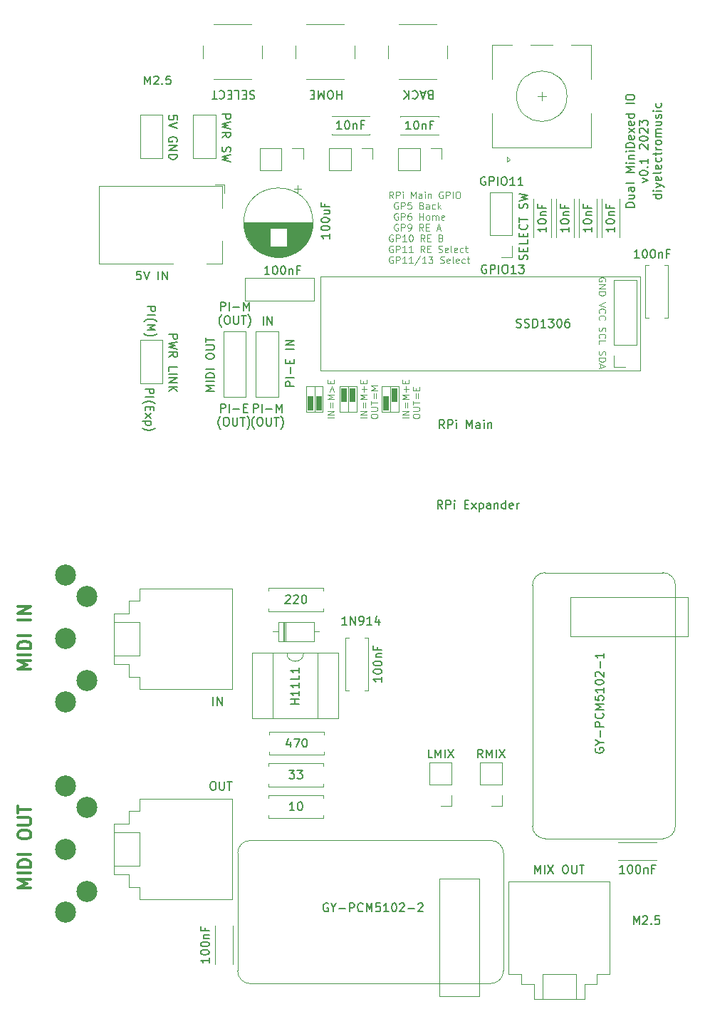
<source format=gto>
G04 #@! TF.GenerationSoftware,KiCad,Pcbnew,(6.0.5)*
G04 #@! TF.CreationDate,2023-06-20T18:04:17+01:00*
G04 #@! TF.ProjectId,RPii-Dual-MiniDexed,52506969-2d44-4756-916c-2d4d696e6944,rev?*
G04 #@! TF.SameCoordinates,Original*
G04 #@! TF.FileFunction,Legend,Top*
G04 #@! TF.FilePolarity,Positive*
%FSLAX46Y46*%
G04 Gerber Fmt 4.6, Leading zero omitted, Abs format (unit mm)*
G04 Created by KiCad (PCBNEW (6.0.5)) date 2023-06-20 18:04:17*
%MOMM*%
%LPD*%
G01*
G04 APERTURE LIST*
%ADD10C,0.100000*%
%ADD11C,0.150000*%
%ADD12C,0.304800*%
%ADD13C,0.120000*%
%ADD14C,2.499360*%
G04 APERTURE END LIST*
D10*
X231362619Y-56637904D02*
X231095952Y-56256952D01*
X230905476Y-56637904D02*
X230905476Y-55837904D01*
X231210238Y-55837904D01*
X231286428Y-55876000D01*
X231324523Y-55914095D01*
X231362619Y-55990285D01*
X231362619Y-56104571D01*
X231324523Y-56180761D01*
X231286428Y-56218857D01*
X231210238Y-56256952D01*
X230905476Y-56256952D01*
X231705476Y-56637904D02*
X231705476Y-55837904D01*
X232010238Y-55837904D01*
X232086428Y-55876000D01*
X232124523Y-55914095D01*
X232162619Y-55990285D01*
X232162619Y-56104571D01*
X232124523Y-56180761D01*
X232086428Y-56218857D01*
X232010238Y-56256952D01*
X231705476Y-56256952D01*
X232505476Y-56637904D02*
X232505476Y-56104571D01*
X232505476Y-55837904D02*
X232467380Y-55876000D01*
X232505476Y-55914095D01*
X232543571Y-55876000D01*
X232505476Y-55837904D01*
X232505476Y-55914095D01*
X233495952Y-56637904D02*
X233495952Y-55837904D01*
X233762619Y-56409333D01*
X234029285Y-55837904D01*
X234029285Y-56637904D01*
X234753095Y-56637904D02*
X234753095Y-56218857D01*
X234715000Y-56142666D01*
X234638809Y-56104571D01*
X234486428Y-56104571D01*
X234410238Y-56142666D01*
X234753095Y-56599809D02*
X234676904Y-56637904D01*
X234486428Y-56637904D01*
X234410238Y-56599809D01*
X234372142Y-56523619D01*
X234372142Y-56447428D01*
X234410238Y-56371238D01*
X234486428Y-56333142D01*
X234676904Y-56333142D01*
X234753095Y-56295047D01*
X235134047Y-56637904D02*
X235134047Y-56104571D01*
X235134047Y-55837904D02*
X235095952Y-55876000D01*
X235134047Y-55914095D01*
X235172142Y-55876000D01*
X235134047Y-55837904D01*
X235134047Y-55914095D01*
X235515000Y-56104571D02*
X235515000Y-56637904D01*
X235515000Y-56180761D02*
X235553095Y-56142666D01*
X235629285Y-56104571D01*
X235743571Y-56104571D01*
X235819761Y-56142666D01*
X235857857Y-56218857D01*
X235857857Y-56637904D01*
X237267380Y-55876000D02*
X237191190Y-55837904D01*
X237076904Y-55837904D01*
X236962619Y-55876000D01*
X236886428Y-55952190D01*
X236848333Y-56028380D01*
X236810238Y-56180761D01*
X236810238Y-56295047D01*
X236848333Y-56447428D01*
X236886428Y-56523619D01*
X236962619Y-56599809D01*
X237076904Y-56637904D01*
X237153095Y-56637904D01*
X237267380Y-56599809D01*
X237305476Y-56561714D01*
X237305476Y-56295047D01*
X237153095Y-56295047D01*
X237648333Y-56637904D02*
X237648333Y-55837904D01*
X237953095Y-55837904D01*
X238029285Y-55876000D01*
X238067380Y-55914095D01*
X238105476Y-55990285D01*
X238105476Y-56104571D01*
X238067380Y-56180761D01*
X238029285Y-56218857D01*
X237953095Y-56256952D01*
X237648333Y-56256952D01*
X238448333Y-56637904D02*
X238448333Y-55837904D01*
X238981666Y-55837904D02*
X239134047Y-55837904D01*
X239210238Y-55876000D01*
X239286428Y-55952190D01*
X239324523Y-56104571D01*
X239324523Y-56371238D01*
X239286428Y-56523619D01*
X239210238Y-56599809D01*
X239134047Y-56637904D01*
X238981666Y-56637904D01*
X238905476Y-56599809D01*
X238829285Y-56523619D01*
X238791190Y-56371238D01*
X238791190Y-56104571D01*
X238829285Y-55952190D01*
X238905476Y-55876000D01*
X238981666Y-55837904D01*
X231934047Y-57164000D02*
X231857857Y-57125904D01*
X231743571Y-57125904D01*
X231629285Y-57164000D01*
X231553095Y-57240190D01*
X231515000Y-57316380D01*
X231476904Y-57468761D01*
X231476904Y-57583047D01*
X231515000Y-57735428D01*
X231553095Y-57811619D01*
X231629285Y-57887809D01*
X231743571Y-57925904D01*
X231819761Y-57925904D01*
X231934047Y-57887809D01*
X231972142Y-57849714D01*
X231972142Y-57583047D01*
X231819761Y-57583047D01*
X232315000Y-57925904D02*
X232315000Y-57125904D01*
X232619761Y-57125904D01*
X232695952Y-57164000D01*
X232734047Y-57202095D01*
X232772142Y-57278285D01*
X232772142Y-57392571D01*
X232734047Y-57468761D01*
X232695952Y-57506857D01*
X232619761Y-57544952D01*
X232315000Y-57544952D01*
X233495952Y-57125904D02*
X233115000Y-57125904D01*
X233076904Y-57506857D01*
X233115000Y-57468761D01*
X233191190Y-57430666D01*
X233381666Y-57430666D01*
X233457857Y-57468761D01*
X233495952Y-57506857D01*
X233534047Y-57583047D01*
X233534047Y-57773523D01*
X233495952Y-57849714D01*
X233457857Y-57887809D01*
X233381666Y-57925904D01*
X233191190Y-57925904D01*
X233115000Y-57887809D01*
X233076904Y-57849714D01*
X234753095Y-57506857D02*
X234867380Y-57544952D01*
X234905476Y-57583047D01*
X234943571Y-57659238D01*
X234943571Y-57773523D01*
X234905476Y-57849714D01*
X234867380Y-57887809D01*
X234791190Y-57925904D01*
X234486428Y-57925904D01*
X234486428Y-57125904D01*
X234753095Y-57125904D01*
X234829285Y-57164000D01*
X234867380Y-57202095D01*
X234905476Y-57278285D01*
X234905476Y-57354476D01*
X234867380Y-57430666D01*
X234829285Y-57468761D01*
X234753095Y-57506857D01*
X234486428Y-57506857D01*
X235629285Y-57925904D02*
X235629285Y-57506857D01*
X235591190Y-57430666D01*
X235515000Y-57392571D01*
X235362619Y-57392571D01*
X235286428Y-57430666D01*
X235629285Y-57887809D02*
X235553095Y-57925904D01*
X235362619Y-57925904D01*
X235286428Y-57887809D01*
X235248333Y-57811619D01*
X235248333Y-57735428D01*
X235286428Y-57659238D01*
X235362619Y-57621142D01*
X235553095Y-57621142D01*
X235629285Y-57583047D01*
X236353095Y-57887809D02*
X236276904Y-57925904D01*
X236124523Y-57925904D01*
X236048333Y-57887809D01*
X236010238Y-57849714D01*
X235972142Y-57773523D01*
X235972142Y-57544952D01*
X236010238Y-57468761D01*
X236048333Y-57430666D01*
X236124523Y-57392571D01*
X236276904Y-57392571D01*
X236353095Y-57430666D01*
X236695952Y-57925904D02*
X236695952Y-57125904D01*
X236772142Y-57621142D02*
X237000714Y-57925904D01*
X237000714Y-57392571D02*
X236695952Y-57697333D01*
X231934047Y-58452000D02*
X231857857Y-58413904D01*
X231743571Y-58413904D01*
X231629285Y-58452000D01*
X231553095Y-58528190D01*
X231515000Y-58604380D01*
X231476904Y-58756761D01*
X231476904Y-58871047D01*
X231515000Y-59023428D01*
X231553095Y-59099619D01*
X231629285Y-59175809D01*
X231743571Y-59213904D01*
X231819761Y-59213904D01*
X231934047Y-59175809D01*
X231972142Y-59137714D01*
X231972142Y-58871047D01*
X231819761Y-58871047D01*
X232315000Y-59213904D02*
X232315000Y-58413904D01*
X232619761Y-58413904D01*
X232695952Y-58452000D01*
X232734047Y-58490095D01*
X232772142Y-58566285D01*
X232772142Y-58680571D01*
X232734047Y-58756761D01*
X232695952Y-58794857D01*
X232619761Y-58832952D01*
X232315000Y-58832952D01*
X233457857Y-58413904D02*
X233305476Y-58413904D01*
X233229285Y-58452000D01*
X233191190Y-58490095D01*
X233115000Y-58604380D01*
X233076904Y-58756761D01*
X233076904Y-59061523D01*
X233115000Y-59137714D01*
X233153095Y-59175809D01*
X233229285Y-59213904D01*
X233381666Y-59213904D01*
X233457857Y-59175809D01*
X233495952Y-59137714D01*
X233534047Y-59061523D01*
X233534047Y-58871047D01*
X233495952Y-58794857D01*
X233457857Y-58756761D01*
X233381666Y-58718666D01*
X233229285Y-58718666D01*
X233153095Y-58756761D01*
X233115000Y-58794857D01*
X233076904Y-58871047D01*
X234486428Y-59213904D02*
X234486428Y-58413904D01*
X234486428Y-58794857D02*
X234943571Y-58794857D01*
X234943571Y-59213904D02*
X234943571Y-58413904D01*
X235438809Y-59213904D02*
X235362619Y-59175809D01*
X235324523Y-59137714D01*
X235286428Y-59061523D01*
X235286428Y-58832952D01*
X235324523Y-58756761D01*
X235362619Y-58718666D01*
X235438809Y-58680571D01*
X235553095Y-58680571D01*
X235629285Y-58718666D01*
X235667380Y-58756761D01*
X235705476Y-58832952D01*
X235705476Y-59061523D01*
X235667380Y-59137714D01*
X235629285Y-59175809D01*
X235553095Y-59213904D01*
X235438809Y-59213904D01*
X236048333Y-59213904D02*
X236048333Y-58680571D01*
X236048333Y-58756761D02*
X236086428Y-58718666D01*
X236162619Y-58680571D01*
X236276904Y-58680571D01*
X236353095Y-58718666D01*
X236391190Y-58794857D01*
X236391190Y-59213904D01*
X236391190Y-58794857D02*
X236429285Y-58718666D01*
X236505476Y-58680571D01*
X236619761Y-58680571D01*
X236695952Y-58718666D01*
X236734047Y-58794857D01*
X236734047Y-59213904D01*
X237419761Y-59175809D02*
X237343571Y-59213904D01*
X237191190Y-59213904D01*
X237115000Y-59175809D01*
X237076904Y-59099619D01*
X237076904Y-58794857D01*
X237115000Y-58718666D01*
X237191190Y-58680571D01*
X237343571Y-58680571D01*
X237419761Y-58718666D01*
X237457857Y-58794857D01*
X237457857Y-58871047D01*
X237076904Y-58947238D01*
X231934047Y-59740000D02*
X231857857Y-59701904D01*
X231743571Y-59701904D01*
X231629285Y-59740000D01*
X231553095Y-59816190D01*
X231515000Y-59892380D01*
X231476904Y-60044761D01*
X231476904Y-60159047D01*
X231515000Y-60311428D01*
X231553095Y-60387619D01*
X231629285Y-60463809D01*
X231743571Y-60501904D01*
X231819761Y-60501904D01*
X231934047Y-60463809D01*
X231972142Y-60425714D01*
X231972142Y-60159047D01*
X231819761Y-60159047D01*
X232315000Y-60501904D02*
X232315000Y-59701904D01*
X232619761Y-59701904D01*
X232695952Y-59740000D01*
X232734047Y-59778095D01*
X232772142Y-59854285D01*
X232772142Y-59968571D01*
X232734047Y-60044761D01*
X232695952Y-60082857D01*
X232619761Y-60120952D01*
X232315000Y-60120952D01*
X233153095Y-60501904D02*
X233305476Y-60501904D01*
X233381666Y-60463809D01*
X233419761Y-60425714D01*
X233495952Y-60311428D01*
X233534047Y-60159047D01*
X233534047Y-59854285D01*
X233495952Y-59778095D01*
X233457857Y-59740000D01*
X233381666Y-59701904D01*
X233229285Y-59701904D01*
X233153095Y-59740000D01*
X233115000Y-59778095D01*
X233076904Y-59854285D01*
X233076904Y-60044761D01*
X233115000Y-60120952D01*
X233153095Y-60159047D01*
X233229285Y-60197142D01*
X233381666Y-60197142D01*
X233457857Y-60159047D01*
X233495952Y-60120952D01*
X233534047Y-60044761D01*
X234943571Y-60501904D02*
X234676904Y-60120952D01*
X234486428Y-60501904D02*
X234486428Y-59701904D01*
X234791190Y-59701904D01*
X234867380Y-59740000D01*
X234905476Y-59778095D01*
X234943571Y-59854285D01*
X234943571Y-59968571D01*
X234905476Y-60044761D01*
X234867380Y-60082857D01*
X234791190Y-60120952D01*
X234486428Y-60120952D01*
X235286428Y-60082857D02*
X235553095Y-60082857D01*
X235667380Y-60501904D02*
X235286428Y-60501904D01*
X235286428Y-59701904D01*
X235667380Y-59701904D01*
X236581666Y-60273333D02*
X236962619Y-60273333D01*
X236505476Y-60501904D02*
X236772142Y-59701904D01*
X237038809Y-60501904D01*
X231324523Y-61028000D02*
X231248333Y-60989904D01*
X231134047Y-60989904D01*
X231019761Y-61028000D01*
X230943571Y-61104190D01*
X230905476Y-61180380D01*
X230867380Y-61332761D01*
X230867380Y-61447047D01*
X230905476Y-61599428D01*
X230943571Y-61675619D01*
X231019761Y-61751809D01*
X231134047Y-61789904D01*
X231210238Y-61789904D01*
X231324523Y-61751809D01*
X231362619Y-61713714D01*
X231362619Y-61447047D01*
X231210238Y-61447047D01*
X231705476Y-61789904D02*
X231705476Y-60989904D01*
X232010238Y-60989904D01*
X232086428Y-61028000D01*
X232124523Y-61066095D01*
X232162619Y-61142285D01*
X232162619Y-61256571D01*
X232124523Y-61332761D01*
X232086428Y-61370857D01*
X232010238Y-61408952D01*
X231705476Y-61408952D01*
X232924523Y-61789904D02*
X232467380Y-61789904D01*
X232695952Y-61789904D02*
X232695952Y-60989904D01*
X232619761Y-61104190D01*
X232543571Y-61180380D01*
X232467380Y-61218476D01*
X233419761Y-60989904D02*
X233495952Y-60989904D01*
X233572142Y-61028000D01*
X233610238Y-61066095D01*
X233648333Y-61142285D01*
X233686428Y-61294666D01*
X233686428Y-61485142D01*
X233648333Y-61637523D01*
X233610238Y-61713714D01*
X233572142Y-61751809D01*
X233495952Y-61789904D01*
X233419761Y-61789904D01*
X233343571Y-61751809D01*
X233305476Y-61713714D01*
X233267380Y-61637523D01*
X233229285Y-61485142D01*
X233229285Y-61294666D01*
X233267380Y-61142285D01*
X233305476Y-61066095D01*
X233343571Y-61028000D01*
X233419761Y-60989904D01*
X235095952Y-61789904D02*
X234829285Y-61408952D01*
X234638809Y-61789904D02*
X234638809Y-60989904D01*
X234943571Y-60989904D01*
X235019761Y-61028000D01*
X235057857Y-61066095D01*
X235095952Y-61142285D01*
X235095952Y-61256571D01*
X235057857Y-61332761D01*
X235019761Y-61370857D01*
X234943571Y-61408952D01*
X234638809Y-61408952D01*
X235438809Y-61370857D02*
X235705476Y-61370857D01*
X235819761Y-61789904D02*
X235438809Y-61789904D01*
X235438809Y-60989904D01*
X235819761Y-60989904D01*
X237038809Y-61370857D02*
X237153095Y-61408952D01*
X237191190Y-61447047D01*
X237229285Y-61523238D01*
X237229285Y-61637523D01*
X237191190Y-61713714D01*
X237153095Y-61751809D01*
X237076904Y-61789904D01*
X236772142Y-61789904D01*
X236772142Y-60989904D01*
X237038809Y-60989904D01*
X237115000Y-61028000D01*
X237153095Y-61066095D01*
X237191190Y-61142285D01*
X237191190Y-61218476D01*
X237153095Y-61294666D01*
X237115000Y-61332761D01*
X237038809Y-61370857D01*
X236772142Y-61370857D01*
X231324523Y-62316000D02*
X231248333Y-62277904D01*
X231134047Y-62277904D01*
X231019761Y-62316000D01*
X230943571Y-62392190D01*
X230905476Y-62468380D01*
X230867380Y-62620761D01*
X230867380Y-62735047D01*
X230905476Y-62887428D01*
X230943571Y-62963619D01*
X231019761Y-63039809D01*
X231134047Y-63077904D01*
X231210238Y-63077904D01*
X231324523Y-63039809D01*
X231362619Y-63001714D01*
X231362619Y-62735047D01*
X231210238Y-62735047D01*
X231705476Y-63077904D02*
X231705476Y-62277904D01*
X232010238Y-62277904D01*
X232086428Y-62316000D01*
X232124523Y-62354095D01*
X232162619Y-62430285D01*
X232162619Y-62544571D01*
X232124523Y-62620761D01*
X232086428Y-62658857D01*
X232010238Y-62696952D01*
X231705476Y-62696952D01*
X232924523Y-63077904D02*
X232467380Y-63077904D01*
X232695952Y-63077904D02*
X232695952Y-62277904D01*
X232619761Y-62392190D01*
X232543571Y-62468380D01*
X232467380Y-62506476D01*
X233686428Y-63077904D02*
X233229285Y-63077904D01*
X233457857Y-63077904D02*
X233457857Y-62277904D01*
X233381666Y-62392190D01*
X233305476Y-62468380D01*
X233229285Y-62506476D01*
X235095952Y-63077904D02*
X234829285Y-62696952D01*
X234638809Y-63077904D02*
X234638809Y-62277904D01*
X234943571Y-62277904D01*
X235019761Y-62316000D01*
X235057857Y-62354095D01*
X235095952Y-62430285D01*
X235095952Y-62544571D01*
X235057857Y-62620761D01*
X235019761Y-62658857D01*
X234943571Y-62696952D01*
X234638809Y-62696952D01*
X235438809Y-62658857D02*
X235705476Y-62658857D01*
X235819761Y-63077904D02*
X235438809Y-63077904D01*
X235438809Y-62277904D01*
X235819761Y-62277904D01*
X236734047Y-63039809D02*
X236848333Y-63077904D01*
X237038809Y-63077904D01*
X237115000Y-63039809D01*
X237153095Y-63001714D01*
X237191190Y-62925523D01*
X237191190Y-62849333D01*
X237153095Y-62773142D01*
X237115000Y-62735047D01*
X237038809Y-62696952D01*
X236886428Y-62658857D01*
X236810238Y-62620761D01*
X236772142Y-62582666D01*
X236734047Y-62506476D01*
X236734047Y-62430285D01*
X236772142Y-62354095D01*
X236810238Y-62316000D01*
X236886428Y-62277904D01*
X237076904Y-62277904D01*
X237191190Y-62316000D01*
X237838809Y-63039809D02*
X237762619Y-63077904D01*
X237610238Y-63077904D01*
X237534047Y-63039809D01*
X237495952Y-62963619D01*
X237495952Y-62658857D01*
X237534047Y-62582666D01*
X237610238Y-62544571D01*
X237762619Y-62544571D01*
X237838809Y-62582666D01*
X237876904Y-62658857D01*
X237876904Y-62735047D01*
X237495952Y-62811238D01*
X238334047Y-63077904D02*
X238257857Y-63039809D01*
X238219761Y-62963619D01*
X238219761Y-62277904D01*
X238943571Y-63039809D02*
X238867380Y-63077904D01*
X238715000Y-63077904D01*
X238638809Y-63039809D01*
X238600714Y-62963619D01*
X238600714Y-62658857D01*
X238638809Y-62582666D01*
X238715000Y-62544571D01*
X238867380Y-62544571D01*
X238943571Y-62582666D01*
X238981666Y-62658857D01*
X238981666Y-62735047D01*
X238600714Y-62811238D01*
X239667380Y-63039809D02*
X239591190Y-63077904D01*
X239438809Y-63077904D01*
X239362619Y-63039809D01*
X239324523Y-63001714D01*
X239286428Y-62925523D01*
X239286428Y-62696952D01*
X239324523Y-62620761D01*
X239362619Y-62582666D01*
X239438809Y-62544571D01*
X239591190Y-62544571D01*
X239667380Y-62582666D01*
X239895952Y-62544571D02*
X240200714Y-62544571D01*
X240010238Y-62277904D02*
X240010238Y-62963619D01*
X240048333Y-63039809D01*
X240124523Y-63077904D01*
X240200714Y-63077904D01*
X231324523Y-63604000D02*
X231248333Y-63565904D01*
X231134047Y-63565904D01*
X231019761Y-63604000D01*
X230943571Y-63680190D01*
X230905476Y-63756380D01*
X230867380Y-63908761D01*
X230867380Y-64023047D01*
X230905476Y-64175428D01*
X230943571Y-64251619D01*
X231019761Y-64327809D01*
X231134047Y-64365904D01*
X231210238Y-64365904D01*
X231324523Y-64327809D01*
X231362619Y-64289714D01*
X231362619Y-64023047D01*
X231210238Y-64023047D01*
X231705476Y-64365904D02*
X231705476Y-63565904D01*
X232010238Y-63565904D01*
X232086428Y-63604000D01*
X232124523Y-63642095D01*
X232162619Y-63718285D01*
X232162619Y-63832571D01*
X232124523Y-63908761D01*
X232086428Y-63946857D01*
X232010238Y-63984952D01*
X231705476Y-63984952D01*
X232924523Y-64365904D02*
X232467380Y-64365904D01*
X232695952Y-64365904D02*
X232695952Y-63565904D01*
X232619761Y-63680190D01*
X232543571Y-63756380D01*
X232467380Y-63794476D01*
X233686428Y-64365904D02*
X233229285Y-64365904D01*
X233457857Y-64365904D02*
X233457857Y-63565904D01*
X233381666Y-63680190D01*
X233305476Y-63756380D01*
X233229285Y-63794476D01*
X234600714Y-63527809D02*
X233915000Y-64556380D01*
X235286428Y-64365904D02*
X234829285Y-64365904D01*
X235057857Y-64365904D02*
X235057857Y-63565904D01*
X234981666Y-63680190D01*
X234905476Y-63756380D01*
X234829285Y-63794476D01*
X235553095Y-63565904D02*
X236048333Y-63565904D01*
X235781666Y-63870666D01*
X235895952Y-63870666D01*
X235972142Y-63908761D01*
X236010238Y-63946857D01*
X236048333Y-64023047D01*
X236048333Y-64213523D01*
X236010238Y-64289714D01*
X235972142Y-64327809D01*
X235895952Y-64365904D01*
X235667380Y-64365904D01*
X235591190Y-64327809D01*
X235553095Y-64289714D01*
X236962619Y-64327809D02*
X237076904Y-64365904D01*
X237267380Y-64365904D01*
X237343571Y-64327809D01*
X237381666Y-64289714D01*
X237419761Y-64213523D01*
X237419761Y-64137333D01*
X237381666Y-64061142D01*
X237343571Y-64023047D01*
X237267380Y-63984952D01*
X237115000Y-63946857D01*
X237038809Y-63908761D01*
X237000714Y-63870666D01*
X236962619Y-63794476D01*
X236962619Y-63718285D01*
X237000714Y-63642095D01*
X237038809Y-63604000D01*
X237115000Y-63565904D01*
X237305476Y-63565904D01*
X237419761Y-63604000D01*
X238067380Y-64327809D02*
X237991190Y-64365904D01*
X237838809Y-64365904D01*
X237762619Y-64327809D01*
X237724523Y-64251619D01*
X237724523Y-63946857D01*
X237762619Y-63870666D01*
X237838809Y-63832571D01*
X237991190Y-63832571D01*
X238067380Y-63870666D01*
X238105476Y-63946857D01*
X238105476Y-64023047D01*
X237724523Y-64099238D01*
X238562619Y-64365904D02*
X238486428Y-64327809D01*
X238448333Y-64251619D01*
X238448333Y-63565904D01*
X239172142Y-64327809D02*
X239095952Y-64365904D01*
X238943571Y-64365904D01*
X238867380Y-64327809D01*
X238829285Y-64251619D01*
X238829285Y-63946857D01*
X238867380Y-63870666D01*
X238943571Y-63832571D01*
X239095952Y-63832571D01*
X239172142Y-63870666D01*
X239210238Y-63946857D01*
X239210238Y-64023047D01*
X238829285Y-64099238D01*
X239895952Y-64327809D02*
X239819761Y-64365904D01*
X239667380Y-64365904D01*
X239591190Y-64327809D01*
X239553095Y-64289714D01*
X239515000Y-64213523D01*
X239515000Y-63984952D01*
X239553095Y-63908761D01*
X239591190Y-63870666D01*
X239667380Y-63832571D01*
X239819761Y-63832571D01*
X239895952Y-63870666D01*
X240124523Y-63832571D02*
X240429285Y-63832571D01*
X240238809Y-63565904D02*
X240238809Y-64251619D01*
X240276904Y-64327809D01*
X240353095Y-64365904D01*
X240429285Y-64365904D01*
X233217904Y-82744523D02*
X232417904Y-82744523D01*
X233217904Y-82363571D02*
X232417904Y-82363571D01*
X233217904Y-81906428D01*
X232417904Y-81906428D01*
X232798857Y-81525476D02*
X232798857Y-80915952D01*
X233027428Y-80915952D02*
X233027428Y-81525476D01*
X233217904Y-80535000D02*
X232417904Y-80535000D01*
X232989333Y-80268333D01*
X232417904Y-80001666D01*
X233217904Y-80001666D01*
X232913142Y-79620714D02*
X232913142Y-79011190D01*
X233217904Y-79315952D02*
X232608380Y-79315952D01*
X232798857Y-78630238D02*
X232798857Y-78363571D01*
X233217904Y-78249285D02*
X233217904Y-78630238D01*
X232417904Y-78630238D01*
X232417904Y-78249285D01*
X233705904Y-82592142D02*
X233705904Y-82439761D01*
X233744000Y-82363571D01*
X233820190Y-82287380D01*
X233972571Y-82249285D01*
X234239238Y-82249285D01*
X234391619Y-82287380D01*
X234467809Y-82363571D01*
X234505904Y-82439761D01*
X234505904Y-82592142D01*
X234467809Y-82668333D01*
X234391619Y-82744523D01*
X234239238Y-82782619D01*
X233972571Y-82782619D01*
X233820190Y-82744523D01*
X233744000Y-82668333D01*
X233705904Y-82592142D01*
X233705904Y-81906428D02*
X234353523Y-81906428D01*
X234429714Y-81868333D01*
X234467809Y-81830238D01*
X234505904Y-81754047D01*
X234505904Y-81601666D01*
X234467809Y-81525476D01*
X234429714Y-81487380D01*
X234353523Y-81449285D01*
X233705904Y-81449285D01*
X233705904Y-81182619D02*
X233705904Y-80725476D01*
X234505904Y-80954047D02*
X233705904Y-80954047D01*
X234086857Y-80458809D02*
X234086857Y-79849285D01*
X234315428Y-79849285D02*
X234315428Y-80458809D01*
X234086857Y-79468333D02*
X234086857Y-79201666D01*
X234505904Y-79087380D02*
X234505904Y-79468333D01*
X233705904Y-79468333D01*
X233705904Y-79087380D01*
X231200000Y-79200000D02*
X231800000Y-79200000D01*
X231800000Y-79200000D02*
X231800000Y-80800000D01*
X231800000Y-80800000D02*
X231200000Y-80800000D01*
X231200000Y-80800000D02*
X231200000Y-79200000D01*
G36*
X231200000Y-79200000D02*
G01*
X231800000Y-79200000D01*
X231800000Y-80800000D01*
X231200000Y-80800000D01*
X231200000Y-79200000D01*
G37*
X230000000Y-79000000D02*
X231000000Y-79000000D01*
X231000000Y-79000000D02*
X231000000Y-82000000D01*
X231000000Y-82000000D02*
X230000000Y-82000000D01*
X230000000Y-82000000D02*
X230000000Y-79000000D01*
X231000000Y-79000000D02*
X232000000Y-79000000D01*
X232000000Y-79000000D02*
X232000000Y-82000000D01*
X232000000Y-82000000D02*
X231000000Y-82000000D01*
X231000000Y-82000000D02*
X231000000Y-79000000D01*
X230200000Y-80200000D02*
X230800000Y-80200000D01*
X230800000Y-80200000D02*
X230800000Y-81800000D01*
X230800000Y-81800000D02*
X230200000Y-81800000D01*
X230200000Y-81800000D02*
X230200000Y-80200000D01*
G36*
X230200000Y-80200000D02*
G01*
X230800000Y-80200000D01*
X230800000Y-81800000D01*
X230200000Y-81800000D01*
X230200000Y-80200000D01*
G37*
X228217904Y-82744523D02*
X227417904Y-82744523D01*
X228217904Y-82363571D02*
X227417904Y-82363571D01*
X228217904Y-81906428D01*
X227417904Y-81906428D01*
X227798857Y-81525476D02*
X227798857Y-80915952D01*
X228027428Y-80915952D02*
X228027428Y-81525476D01*
X228217904Y-80535000D02*
X227417904Y-80535000D01*
X227989333Y-80268333D01*
X227417904Y-80001666D01*
X228217904Y-80001666D01*
X227913142Y-79620714D02*
X227913142Y-79011190D01*
X228217904Y-79315952D02*
X227608380Y-79315952D01*
X227798857Y-78630238D02*
X227798857Y-78363571D01*
X228217904Y-78249285D02*
X228217904Y-78630238D01*
X227417904Y-78630238D01*
X227417904Y-78249285D01*
X228705904Y-82592142D02*
X228705904Y-82439761D01*
X228744000Y-82363571D01*
X228820190Y-82287380D01*
X228972571Y-82249285D01*
X229239238Y-82249285D01*
X229391619Y-82287380D01*
X229467809Y-82363571D01*
X229505904Y-82439761D01*
X229505904Y-82592142D01*
X229467809Y-82668333D01*
X229391619Y-82744523D01*
X229239238Y-82782619D01*
X228972571Y-82782619D01*
X228820190Y-82744523D01*
X228744000Y-82668333D01*
X228705904Y-82592142D01*
X228705904Y-81906428D02*
X229353523Y-81906428D01*
X229429714Y-81868333D01*
X229467809Y-81830238D01*
X229505904Y-81754047D01*
X229505904Y-81601666D01*
X229467809Y-81525476D01*
X229429714Y-81487380D01*
X229353523Y-81449285D01*
X228705904Y-81449285D01*
X228705904Y-81182619D02*
X228705904Y-80725476D01*
X229505904Y-80954047D02*
X228705904Y-80954047D01*
X229086857Y-80458809D02*
X229086857Y-79849285D01*
X229315428Y-79849285D02*
X229315428Y-80458809D01*
X229505904Y-79468333D02*
X228705904Y-79468333D01*
X229277333Y-79201666D01*
X228705904Y-78935000D01*
X229505904Y-78935000D01*
X226000000Y-79000000D02*
X227000000Y-79000000D01*
X227000000Y-79000000D02*
X227000000Y-82000000D01*
X227000000Y-82000000D02*
X226000000Y-82000000D01*
X226000000Y-82000000D02*
X226000000Y-79000000D01*
X225000000Y-79000000D02*
X226000000Y-79000000D01*
X226000000Y-79000000D02*
X226000000Y-82000000D01*
X226000000Y-82000000D02*
X225000000Y-82000000D01*
X225000000Y-82000000D02*
X225000000Y-79000000D01*
X226200000Y-79200000D02*
X226800000Y-79200000D01*
X226800000Y-79200000D02*
X226800000Y-80800000D01*
X226800000Y-80800000D02*
X226200000Y-80800000D01*
X226200000Y-80800000D02*
X226200000Y-79200000D01*
G36*
X226200000Y-79200000D02*
G01*
X226800000Y-79200000D01*
X226800000Y-80800000D01*
X226200000Y-80800000D01*
X226200000Y-79200000D01*
G37*
X225200000Y-79200000D02*
X225800000Y-79200000D01*
X225800000Y-79200000D02*
X225800000Y-80800000D01*
X225800000Y-80800000D02*
X225200000Y-80800000D01*
X225200000Y-80800000D02*
X225200000Y-79200000D01*
G36*
X225200000Y-79200000D02*
G01*
X225800000Y-79200000D01*
X225800000Y-80800000D01*
X225200000Y-80800000D01*
X225200000Y-79200000D01*
G37*
X224361904Y-82744523D02*
X223561904Y-82744523D01*
X224361904Y-82363571D02*
X223561904Y-82363571D01*
X224361904Y-81906428D01*
X223561904Y-81906428D01*
X223942857Y-81525476D02*
X223942857Y-80915952D01*
X224171428Y-80915952D02*
X224171428Y-81525476D01*
X224361904Y-80535000D02*
X223561904Y-80535000D01*
X224133333Y-80268333D01*
X223561904Y-80001666D01*
X224361904Y-80001666D01*
X223828571Y-79620714D02*
X224057142Y-79011190D01*
X224285714Y-79620714D01*
X223942857Y-78630238D02*
X223942857Y-78363571D01*
X224361904Y-78249285D02*
X224361904Y-78630238D01*
X223561904Y-78630238D01*
X223561904Y-78249285D01*
X222200000Y-80200000D02*
X222800000Y-80200000D01*
X222800000Y-80200000D02*
X222800000Y-81800000D01*
X222800000Y-81800000D02*
X222200000Y-81800000D01*
X222200000Y-81800000D02*
X222200000Y-80200000D01*
G36*
X222200000Y-80200000D02*
G01*
X222800000Y-80200000D01*
X222800000Y-81800000D01*
X222200000Y-81800000D01*
X222200000Y-80200000D01*
G37*
X221200000Y-80200000D02*
X221800000Y-80200000D01*
X221800000Y-80200000D02*
X221800000Y-81800000D01*
X221800000Y-81800000D02*
X221200000Y-81800000D01*
X221200000Y-81800000D02*
X221200000Y-80200000D01*
G36*
X221200000Y-80200000D02*
G01*
X221800000Y-80200000D01*
X221800000Y-81800000D01*
X221200000Y-81800000D01*
X221200000Y-80200000D01*
G37*
X222000000Y-79000000D02*
X223000000Y-79000000D01*
X223000000Y-79000000D02*
X223000000Y-82000000D01*
X223000000Y-82000000D02*
X222000000Y-82000000D01*
X222000000Y-82000000D02*
X222000000Y-79000000D01*
X221000000Y-79000000D02*
X222000000Y-79000000D01*
X222000000Y-79000000D02*
X222000000Y-82000000D01*
X222000000Y-82000000D02*
X221000000Y-82000000D01*
X221000000Y-82000000D02*
X221000000Y-79000000D01*
X260755000Y-65920000D02*
X222755000Y-65920000D01*
X222755000Y-65920000D02*
X222755000Y-77120000D01*
X222755000Y-77120000D02*
X260755000Y-77120000D01*
X260755000Y-77120000D02*
X260755000Y-65920000D01*
D11*
X242437619Y-64610000D02*
X242342380Y-64562380D01*
X242199523Y-64562380D01*
X242056666Y-64610000D01*
X241961428Y-64705238D01*
X241913809Y-64800476D01*
X241866190Y-64990952D01*
X241866190Y-65133809D01*
X241913809Y-65324285D01*
X241961428Y-65419523D01*
X242056666Y-65514761D01*
X242199523Y-65562380D01*
X242294761Y-65562380D01*
X242437619Y-65514761D01*
X242485238Y-65467142D01*
X242485238Y-65133809D01*
X242294761Y-65133809D01*
X242913809Y-65562380D02*
X242913809Y-64562380D01*
X243294761Y-64562380D01*
X243390000Y-64610000D01*
X243437619Y-64657619D01*
X243485238Y-64752857D01*
X243485238Y-64895714D01*
X243437619Y-64990952D01*
X243390000Y-65038571D01*
X243294761Y-65086190D01*
X242913809Y-65086190D01*
X243913809Y-65562380D02*
X243913809Y-64562380D01*
X244580476Y-64562380D02*
X244770952Y-64562380D01*
X244866190Y-64610000D01*
X244961428Y-64705238D01*
X245009047Y-64895714D01*
X245009047Y-65229047D01*
X244961428Y-65419523D01*
X244866190Y-65514761D01*
X244770952Y-65562380D01*
X244580476Y-65562380D01*
X244485238Y-65514761D01*
X244390000Y-65419523D01*
X244342380Y-65229047D01*
X244342380Y-64895714D01*
X244390000Y-64705238D01*
X244485238Y-64610000D01*
X244580476Y-64562380D01*
X245961428Y-65562380D02*
X245390000Y-65562380D01*
X245675714Y-65562380D02*
X245675714Y-64562380D01*
X245580476Y-64705238D01*
X245485238Y-64800476D01*
X245390000Y-64848095D01*
X246294761Y-64562380D02*
X246913809Y-64562380D01*
X246580476Y-64943333D01*
X246723333Y-64943333D01*
X246818571Y-64990952D01*
X246866190Y-65038571D01*
X246913809Y-65133809D01*
X246913809Y-65371904D01*
X246866190Y-65467142D01*
X246818571Y-65514761D01*
X246723333Y-65562380D01*
X246437619Y-65562380D01*
X246342380Y-65514761D01*
X246294761Y-65467142D01*
X202107619Y-69521904D02*
X203107619Y-69521904D01*
X203107619Y-69902857D01*
X203060000Y-69998095D01*
X203012380Y-70045714D01*
X202917142Y-70093333D01*
X202774285Y-70093333D01*
X202679047Y-70045714D01*
X202631428Y-69998095D01*
X202583809Y-69902857D01*
X202583809Y-69521904D01*
X202107619Y-70521904D02*
X203107619Y-70521904D01*
X201726666Y-71283809D02*
X201774285Y-71236190D01*
X201917142Y-71140952D01*
X202012380Y-71093333D01*
X202155238Y-71045714D01*
X202393333Y-70998095D01*
X202583809Y-70998095D01*
X202821904Y-71045714D01*
X202964761Y-71093333D01*
X203060000Y-71140952D01*
X203202857Y-71236190D01*
X203250476Y-71283809D01*
X202107619Y-71664761D02*
X203107619Y-71664761D01*
X202393333Y-71998095D01*
X203107619Y-72331428D01*
X202107619Y-72331428D01*
X201726666Y-72712380D02*
X201774285Y-72760000D01*
X201917142Y-72855238D01*
X202012380Y-72902857D01*
X202155238Y-72950476D01*
X202393333Y-72998095D01*
X202583809Y-72998095D01*
X202821904Y-72950476D01*
X202964761Y-72902857D01*
X203060000Y-72855238D01*
X203202857Y-72760000D01*
X203250476Y-72712380D01*
X260022380Y-57696666D02*
X259022380Y-57696666D01*
X259022380Y-57458571D01*
X259070000Y-57315714D01*
X259165238Y-57220476D01*
X259260476Y-57172857D01*
X259450952Y-57125238D01*
X259593809Y-57125238D01*
X259784285Y-57172857D01*
X259879523Y-57220476D01*
X259974761Y-57315714D01*
X260022380Y-57458571D01*
X260022380Y-57696666D01*
X259355714Y-56268095D02*
X260022380Y-56268095D01*
X259355714Y-56696666D02*
X259879523Y-56696666D01*
X259974761Y-56649047D01*
X260022380Y-56553809D01*
X260022380Y-56410952D01*
X259974761Y-56315714D01*
X259927142Y-56268095D01*
X260022380Y-55363333D02*
X259498571Y-55363333D01*
X259403333Y-55410952D01*
X259355714Y-55506190D01*
X259355714Y-55696666D01*
X259403333Y-55791904D01*
X259974761Y-55363333D02*
X260022380Y-55458571D01*
X260022380Y-55696666D01*
X259974761Y-55791904D01*
X259879523Y-55839523D01*
X259784285Y-55839523D01*
X259689047Y-55791904D01*
X259641428Y-55696666D01*
X259641428Y-55458571D01*
X259593809Y-55363333D01*
X260022380Y-54744285D02*
X259974761Y-54839523D01*
X259879523Y-54887142D01*
X259022380Y-54887142D01*
X260022380Y-53601428D02*
X259022380Y-53601428D01*
X259736666Y-53268095D01*
X259022380Y-52934761D01*
X260022380Y-52934761D01*
X260022380Y-52458571D02*
X259355714Y-52458571D01*
X259022380Y-52458571D02*
X259070000Y-52506190D01*
X259117619Y-52458571D01*
X259070000Y-52410952D01*
X259022380Y-52458571D01*
X259117619Y-52458571D01*
X259355714Y-51982380D02*
X260022380Y-51982380D01*
X259450952Y-51982380D02*
X259403333Y-51934761D01*
X259355714Y-51839523D01*
X259355714Y-51696666D01*
X259403333Y-51601428D01*
X259498571Y-51553809D01*
X260022380Y-51553809D01*
X260022380Y-51077619D02*
X259355714Y-51077619D01*
X259022380Y-51077619D02*
X259070000Y-51125238D01*
X259117619Y-51077619D01*
X259070000Y-51030000D01*
X259022380Y-51077619D01*
X259117619Y-51077619D01*
X260022380Y-50601428D02*
X259022380Y-50601428D01*
X259022380Y-50363333D01*
X259070000Y-50220476D01*
X259165238Y-50125238D01*
X259260476Y-50077619D01*
X259450952Y-50030000D01*
X259593809Y-50030000D01*
X259784285Y-50077619D01*
X259879523Y-50125238D01*
X259974761Y-50220476D01*
X260022380Y-50363333D01*
X260022380Y-50601428D01*
X259974761Y-49220476D02*
X260022380Y-49315714D01*
X260022380Y-49506190D01*
X259974761Y-49601428D01*
X259879523Y-49649047D01*
X259498571Y-49649047D01*
X259403333Y-49601428D01*
X259355714Y-49506190D01*
X259355714Y-49315714D01*
X259403333Y-49220476D01*
X259498571Y-49172857D01*
X259593809Y-49172857D01*
X259689047Y-49649047D01*
X260022380Y-48839523D02*
X259355714Y-48315714D01*
X259355714Y-48839523D02*
X260022380Y-48315714D01*
X259974761Y-47553809D02*
X260022380Y-47649047D01*
X260022380Y-47839523D01*
X259974761Y-47934761D01*
X259879523Y-47982380D01*
X259498571Y-47982380D01*
X259403333Y-47934761D01*
X259355714Y-47839523D01*
X259355714Y-47649047D01*
X259403333Y-47553809D01*
X259498571Y-47506190D01*
X259593809Y-47506190D01*
X259689047Y-47982380D01*
X260022380Y-46649047D02*
X259022380Y-46649047D01*
X259974761Y-46649047D02*
X260022380Y-46744285D01*
X260022380Y-46934761D01*
X259974761Y-47030000D01*
X259927142Y-47077619D01*
X259831904Y-47125238D01*
X259546190Y-47125238D01*
X259450952Y-47077619D01*
X259403333Y-47030000D01*
X259355714Y-46934761D01*
X259355714Y-46744285D01*
X259403333Y-46649047D01*
X260022380Y-45410952D02*
X259022380Y-45410952D01*
X259022380Y-44744285D02*
X259022380Y-44553809D01*
X259070000Y-44458571D01*
X259165238Y-44363333D01*
X259355714Y-44315714D01*
X259689047Y-44315714D01*
X259879523Y-44363333D01*
X259974761Y-44458571D01*
X260022380Y-44553809D01*
X260022380Y-44744285D01*
X259974761Y-44839523D01*
X259879523Y-44934761D01*
X259689047Y-44982380D01*
X259355714Y-44982380D01*
X259165238Y-44934761D01*
X259070000Y-44839523D01*
X259022380Y-44744285D01*
X260965714Y-54744285D02*
X261632380Y-54506190D01*
X260965714Y-54268095D01*
X260632380Y-53696666D02*
X260632380Y-53601428D01*
X260680000Y-53506190D01*
X260727619Y-53458571D01*
X260822857Y-53410952D01*
X261013333Y-53363333D01*
X261251428Y-53363333D01*
X261441904Y-53410952D01*
X261537142Y-53458571D01*
X261584761Y-53506190D01*
X261632380Y-53601428D01*
X261632380Y-53696666D01*
X261584761Y-53791904D01*
X261537142Y-53839523D01*
X261441904Y-53887142D01*
X261251428Y-53934761D01*
X261013333Y-53934761D01*
X260822857Y-53887142D01*
X260727619Y-53839523D01*
X260680000Y-53791904D01*
X260632380Y-53696666D01*
X261537142Y-52934761D02*
X261584761Y-52887142D01*
X261632380Y-52934761D01*
X261584761Y-52982380D01*
X261537142Y-52934761D01*
X261632380Y-52934761D01*
X261632380Y-51934761D02*
X261632380Y-52506190D01*
X261632380Y-52220476D02*
X260632380Y-52220476D01*
X260775238Y-52315714D01*
X260870476Y-52410952D01*
X260918095Y-52506190D01*
X260727619Y-50791904D02*
X260680000Y-50744285D01*
X260632380Y-50649047D01*
X260632380Y-50410952D01*
X260680000Y-50315714D01*
X260727619Y-50268095D01*
X260822857Y-50220476D01*
X260918095Y-50220476D01*
X261060952Y-50268095D01*
X261632380Y-50839523D01*
X261632380Y-50220476D01*
X260632380Y-49601428D02*
X260632380Y-49506190D01*
X260680000Y-49410952D01*
X260727619Y-49363333D01*
X260822857Y-49315714D01*
X261013333Y-49268095D01*
X261251428Y-49268095D01*
X261441904Y-49315714D01*
X261537142Y-49363333D01*
X261584761Y-49410952D01*
X261632380Y-49506190D01*
X261632380Y-49601428D01*
X261584761Y-49696666D01*
X261537142Y-49744285D01*
X261441904Y-49791904D01*
X261251428Y-49839523D01*
X261013333Y-49839523D01*
X260822857Y-49791904D01*
X260727619Y-49744285D01*
X260680000Y-49696666D01*
X260632380Y-49601428D01*
X260727619Y-48887142D02*
X260680000Y-48839523D01*
X260632380Y-48744285D01*
X260632380Y-48506190D01*
X260680000Y-48410952D01*
X260727619Y-48363333D01*
X260822857Y-48315714D01*
X260918095Y-48315714D01*
X261060952Y-48363333D01*
X261632380Y-48934761D01*
X261632380Y-48315714D01*
X260632380Y-47982380D02*
X260632380Y-47363333D01*
X261013333Y-47696666D01*
X261013333Y-47553809D01*
X261060952Y-47458571D01*
X261108571Y-47410952D01*
X261203809Y-47363333D01*
X261441904Y-47363333D01*
X261537142Y-47410952D01*
X261584761Y-47458571D01*
X261632380Y-47553809D01*
X261632380Y-47839523D01*
X261584761Y-47934761D01*
X261537142Y-47982380D01*
X263242380Y-56220476D02*
X262242380Y-56220476D01*
X263194761Y-56220476D02*
X263242380Y-56315714D01*
X263242380Y-56506190D01*
X263194761Y-56601428D01*
X263147142Y-56649047D01*
X263051904Y-56696666D01*
X262766190Y-56696666D01*
X262670952Y-56649047D01*
X262623333Y-56601428D01*
X262575714Y-56506190D01*
X262575714Y-56315714D01*
X262623333Y-56220476D01*
X263242380Y-55744285D02*
X262575714Y-55744285D01*
X262242380Y-55744285D02*
X262290000Y-55791904D01*
X262337619Y-55744285D01*
X262290000Y-55696666D01*
X262242380Y-55744285D01*
X262337619Y-55744285D01*
X262575714Y-55363333D02*
X263242380Y-55125238D01*
X262575714Y-54887142D02*
X263242380Y-55125238D01*
X263480476Y-55220476D01*
X263528095Y-55268095D01*
X263575714Y-55363333D01*
X263194761Y-54125238D02*
X263242380Y-54220476D01*
X263242380Y-54410952D01*
X263194761Y-54506190D01*
X263099523Y-54553809D01*
X262718571Y-54553809D01*
X262623333Y-54506190D01*
X262575714Y-54410952D01*
X262575714Y-54220476D01*
X262623333Y-54125238D01*
X262718571Y-54077619D01*
X262813809Y-54077619D01*
X262909047Y-54553809D01*
X263242380Y-53506190D02*
X263194761Y-53601428D01*
X263099523Y-53649047D01*
X262242380Y-53649047D01*
X263194761Y-52744285D02*
X263242380Y-52839523D01*
X263242380Y-53030000D01*
X263194761Y-53125238D01*
X263099523Y-53172857D01*
X262718571Y-53172857D01*
X262623333Y-53125238D01*
X262575714Y-53030000D01*
X262575714Y-52839523D01*
X262623333Y-52744285D01*
X262718571Y-52696666D01*
X262813809Y-52696666D01*
X262909047Y-53172857D01*
X263194761Y-51839523D02*
X263242380Y-51934761D01*
X263242380Y-52125238D01*
X263194761Y-52220476D01*
X263147142Y-52268095D01*
X263051904Y-52315714D01*
X262766190Y-52315714D01*
X262670952Y-52268095D01*
X262623333Y-52220476D01*
X262575714Y-52125238D01*
X262575714Y-51934761D01*
X262623333Y-51839523D01*
X262575714Y-51553809D02*
X262575714Y-51172857D01*
X262242380Y-51410952D02*
X263099523Y-51410952D01*
X263194761Y-51363333D01*
X263242380Y-51268095D01*
X263242380Y-51172857D01*
X263242380Y-50839523D02*
X262575714Y-50839523D01*
X262766190Y-50839523D02*
X262670952Y-50791904D01*
X262623333Y-50744285D01*
X262575714Y-50649047D01*
X262575714Y-50553809D01*
X263242380Y-50077619D02*
X263194761Y-50172857D01*
X263147142Y-50220476D01*
X263051904Y-50268095D01*
X262766190Y-50268095D01*
X262670952Y-50220476D01*
X262623333Y-50172857D01*
X262575714Y-50077619D01*
X262575714Y-49934761D01*
X262623333Y-49839523D01*
X262670952Y-49791904D01*
X262766190Y-49744285D01*
X263051904Y-49744285D01*
X263147142Y-49791904D01*
X263194761Y-49839523D01*
X263242380Y-49934761D01*
X263242380Y-50077619D01*
X263242380Y-49315714D02*
X262575714Y-49315714D01*
X262670952Y-49315714D02*
X262623333Y-49268095D01*
X262575714Y-49172857D01*
X262575714Y-49030000D01*
X262623333Y-48934761D01*
X262718571Y-48887142D01*
X263242380Y-48887142D01*
X262718571Y-48887142D02*
X262623333Y-48839523D01*
X262575714Y-48744285D01*
X262575714Y-48601428D01*
X262623333Y-48506190D01*
X262718571Y-48458571D01*
X263242380Y-48458571D01*
X262575714Y-47553809D02*
X263242380Y-47553809D01*
X262575714Y-47982380D02*
X263099523Y-47982380D01*
X263194761Y-47934761D01*
X263242380Y-47839523D01*
X263242380Y-47696666D01*
X263194761Y-47601428D01*
X263147142Y-47553809D01*
X263194761Y-47125238D02*
X263242380Y-47030000D01*
X263242380Y-46839523D01*
X263194761Y-46744285D01*
X263099523Y-46696666D01*
X263051904Y-46696666D01*
X262956666Y-46744285D01*
X262909047Y-46839523D01*
X262909047Y-46982380D01*
X262861428Y-47077619D01*
X262766190Y-47125238D01*
X262718571Y-47125238D01*
X262623333Y-47077619D01*
X262575714Y-46982380D01*
X262575714Y-46839523D01*
X262623333Y-46744285D01*
X263242380Y-46268095D02*
X262575714Y-46268095D01*
X262242380Y-46268095D02*
X262290000Y-46315714D01*
X262337619Y-46268095D01*
X262290000Y-46220476D01*
X262242380Y-46268095D01*
X262337619Y-46268095D01*
X263194761Y-45363333D02*
X263242380Y-45458571D01*
X263242380Y-45649047D01*
X263194761Y-45744285D01*
X263147142Y-45791904D01*
X263051904Y-45839523D01*
X262766190Y-45839523D01*
X262670952Y-45791904D01*
X262623333Y-45744285D01*
X262575714Y-45649047D01*
X262575714Y-45458571D01*
X262623333Y-45363333D01*
X210848571Y-82077380D02*
X210848571Y-81077380D01*
X211229523Y-81077380D01*
X211324761Y-81125000D01*
X211372380Y-81172619D01*
X211420000Y-81267857D01*
X211420000Y-81410714D01*
X211372380Y-81505952D01*
X211324761Y-81553571D01*
X211229523Y-81601190D01*
X210848571Y-81601190D01*
X211848571Y-82077380D02*
X211848571Y-81077380D01*
X212324761Y-81696428D02*
X213086666Y-81696428D01*
X213562857Y-81553571D02*
X213896190Y-81553571D01*
X214039047Y-82077380D02*
X213562857Y-82077380D01*
X213562857Y-81077380D01*
X214039047Y-81077380D01*
X210848571Y-84068333D02*
X210800952Y-84020714D01*
X210705714Y-83877857D01*
X210658095Y-83782619D01*
X210610476Y-83639761D01*
X210562857Y-83401666D01*
X210562857Y-83211190D01*
X210610476Y-82973095D01*
X210658095Y-82830238D01*
X210705714Y-82735000D01*
X210800952Y-82592142D01*
X210848571Y-82544523D01*
X211420000Y-82687380D02*
X211610476Y-82687380D01*
X211705714Y-82735000D01*
X211800952Y-82830238D01*
X211848571Y-83020714D01*
X211848571Y-83354047D01*
X211800952Y-83544523D01*
X211705714Y-83639761D01*
X211610476Y-83687380D01*
X211420000Y-83687380D01*
X211324761Y-83639761D01*
X211229523Y-83544523D01*
X211181904Y-83354047D01*
X211181904Y-83020714D01*
X211229523Y-82830238D01*
X211324761Y-82735000D01*
X211420000Y-82687380D01*
X212277142Y-82687380D02*
X212277142Y-83496904D01*
X212324761Y-83592142D01*
X212372380Y-83639761D01*
X212467619Y-83687380D01*
X212658095Y-83687380D01*
X212753333Y-83639761D01*
X212800952Y-83592142D01*
X212848571Y-83496904D01*
X212848571Y-82687380D01*
X213181904Y-82687380D02*
X213753333Y-82687380D01*
X213467619Y-83687380D02*
X213467619Y-82687380D01*
X213991428Y-84068333D02*
X214039047Y-84020714D01*
X214134285Y-83877857D01*
X214181904Y-83782619D01*
X214229523Y-83639761D01*
X214277142Y-83401666D01*
X214277142Y-83211190D01*
X214229523Y-82973095D01*
X214181904Y-82830238D01*
X214134285Y-82735000D01*
X214039047Y-82592142D01*
X213991428Y-82544523D01*
X210849523Y-69987380D02*
X210849523Y-68987380D01*
X211230476Y-68987380D01*
X211325714Y-69035000D01*
X211373333Y-69082619D01*
X211420952Y-69177857D01*
X211420952Y-69320714D01*
X211373333Y-69415952D01*
X211325714Y-69463571D01*
X211230476Y-69511190D01*
X210849523Y-69511190D01*
X211849523Y-69987380D02*
X211849523Y-68987380D01*
X212325714Y-69606428D02*
X213087619Y-69606428D01*
X213563809Y-69987380D02*
X213563809Y-68987380D01*
X213897142Y-69701666D01*
X214230476Y-68987380D01*
X214230476Y-69987380D01*
X210968571Y-71978333D02*
X210920952Y-71930714D01*
X210825714Y-71787857D01*
X210778095Y-71692619D01*
X210730476Y-71549761D01*
X210682857Y-71311666D01*
X210682857Y-71121190D01*
X210730476Y-70883095D01*
X210778095Y-70740238D01*
X210825714Y-70645000D01*
X210920952Y-70502142D01*
X210968571Y-70454523D01*
X211540000Y-70597380D02*
X211730476Y-70597380D01*
X211825714Y-70645000D01*
X211920952Y-70740238D01*
X211968571Y-70930714D01*
X211968571Y-71264047D01*
X211920952Y-71454523D01*
X211825714Y-71549761D01*
X211730476Y-71597380D01*
X211540000Y-71597380D01*
X211444761Y-71549761D01*
X211349523Y-71454523D01*
X211301904Y-71264047D01*
X211301904Y-70930714D01*
X211349523Y-70740238D01*
X211444761Y-70645000D01*
X211540000Y-70597380D01*
X212397142Y-70597380D02*
X212397142Y-71406904D01*
X212444761Y-71502142D01*
X212492380Y-71549761D01*
X212587619Y-71597380D01*
X212778095Y-71597380D01*
X212873333Y-71549761D01*
X212920952Y-71502142D01*
X212968571Y-71406904D01*
X212968571Y-70597380D01*
X213301904Y-70597380D02*
X213873333Y-70597380D01*
X213587619Y-71597380D02*
X213587619Y-70597380D01*
X214111428Y-71978333D02*
X214159047Y-71930714D01*
X214254285Y-71787857D01*
X214301904Y-71692619D01*
X214349523Y-71549761D01*
X214397142Y-71311666D01*
X214397142Y-71121190D01*
X214349523Y-70883095D01*
X214301904Y-70740238D01*
X214254285Y-70645000D01*
X214159047Y-70502142D01*
X214111428Y-70454523D01*
D10*
X256560000Y-66514761D02*
X256598095Y-66438571D01*
X256598095Y-66324285D01*
X256560000Y-66210000D01*
X256483809Y-66133809D01*
X256407619Y-66095714D01*
X256255238Y-66057619D01*
X256140952Y-66057619D01*
X255988571Y-66095714D01*
X255912380Y-66133809D01*
X255836190Y-66210000D01*
X255798095Y-66324285D01*
X255798095Y-66400476D01*
X255836190Y-66514761D01*
X255874285Y-66552857D01*
X256140952Y-66552857D01*
X256140952Y-66400476D01*
X255798095Y-66895714D02*
X256598095Y-66895714D01*
X255798095Y-67352857D01*
X256598095Y-67352857D01*
X255798095Y-67733809D02*
X256598095Y-67733809D01*
X256598095Y-67924285D01*
X256560000Y-68038571D01*
X256483809Y-68114761D01*
X256407619Y-68152857D01*
X256255238Y-68190952D01*
X256140952Y-68190952D01*
X255988571Y-68152857D01*
X255912380Y-68114761D01*
X255836190Y-68038571D01*
X255798095Y-67924285D01*
X255798095Y-67733809D01*
X256598095Y-69029047D02*
X255798095Y-69295714D01*
X256598095Y-69562380D01*
X255874285Y-70286190D02*
X255836190Y-70248095D01*
X255798095Y-70133809D01*
X255798095Y-70057619D01*
X255836190Y-69943333D01*
X255912380Y-69867142D01*
X255988571Y-69829047D01*
X256140952Y-69790952D01*
X256255238Y-69790952D01*
X256407619Y-69829047D01*
X256483809Y-69867142D01*
X256560000Y-69943333D01*
X256598095Y-70057619D01*
X256598095Y-70133809D01*
X256560000Y-70248095D01*
X256521904Y-70286190D01*
X255874285Y-71086190D02*
X255836190Y-71048095D01*
X255798095Y-70933809D01*
X255798095Y-70857619D01*
X255836190Y-70743333D01*
X255912380Y-70667142D01*
X255988571Y-70629047D01*
X256140952Y-70590952D01*
X256255238Y-70590952D01*
X256407619Y-70629047D01*
X256483809Y-70667142D01*
X256560000Y-70743333D01*
X256598095Y-70857619D01*
X256598095Y-70933809D01*
X256560000Y-71048095D01*
X256521904Y-71086190D01*
X255836190Y-72000476D02*
X255798095Y-72114761D01*
X255798095Y-72305238D01*
X255836190Y-72381428D01*
X255874285Y-72419523D01*
X255950476Y-72457619D01*
X256026666Y-72457619D01*
X256102857Y-72419523D01*
X256140952Y-72381428D01*
X256179047Y-72305238D01*
X256217142Y-72152857D01*
X256255238Y-72076666D01*
X256293333Y-72038571D01*
X256369523Y-72000476D01*
X256445714Y-72000476D01*
X256521904Y-72038571D01*
X256560000Y-72076666D01*
X256598095Y-72152857D01*
X256598095Y-72343333D01*
X256560000Y-72457619D01*
X255874285Y-73257619D02*
X255836190Y-73219523D01*
X255798095Y-73105238D01*
X255798095Y-73029047D01*
X255836190Y-72914761D01*
X255912380Y-72838571D01*
X255988571Y-72800476D01*
X256140952Y-72762380D01*
X256255238Y-72762380D01*
X256407619Y-72800476D01*
X256483809Y-72838571D01*
X256560000Y-72914761D01*
X256598095Y-73029047D01*
X256598095Y-73105238D01*
X256560000Y-73219523D01*
X256521904Y-73257619D01*
X255798095Y-73981428D02*
X255798095Y-73600476D01*
X256598095Y-73600476D01*
X255836190Y-74819523D02*
X255798095Y-74933809D01*
X255798095Y-75124285D01*
X255836190Y-75200476D01*
X255874285Y-75238571D01*
X255950476Y-75276666D01*
X256026666Y-75276666D01*
X256102857Y-75238571D01*
X256140952Y-75200476D01*
X256179047Y-75124285D01*
X256217142Y-74971904D01*
X256255238Y-74895714D01*
X256293333Y-74857619D01*
X256369523Y-74819523D01*
X256445714Y-74819523D01*
X256521904Y-74857619D01*
X256560000Y-74895714D01*
X256598095Y-74971904D01*
X256598095Y-75162380D01*
X256560000Y-75276666D01*
X255798095Y-75619523D02*
X256598095Y-75619523D01*
X256598095Y-75810000D01*
X256560000Y-75924285D01*
X256483809Y-76000476D01*
X256407619Y-76038571D01*
X256255238Y-76076666D01*
X256140952Y-76076666D01*
X255988571Y-76038571D01*
X255912380Y-76000476D01*
X255836190Y-75924285D01*
X255798095Y-75810000D01*
X255798095Y-75619523D01*
X256026666Y-76381428D02*
X256026666Y-76762380D01*
X255798095Y-76305238D02*
X256598095Y-76571904D01*
X255798095Y-76838571D01*
D11*
X214739523Y-82077380D02*
X214739523Y-81077380D01*
X215120476Y-81077380D01*
X215215714Y-81125000D01*
X215263333Y-81172619D01*
X215310952Y-81267857D01*
X215310952Y-81410714D01*
X215263333Y-81505952D01*
X215215714Y-81553571D01*
X215120476Y-81601190D01*
X214739523Y-81601190D01*
X215739523Y-82077380D02*
X215739523Y-81077380D01*
X216215714Y-81696428D02*
X216977619Y-81696428D01*
X217453809Y-82077380D02*
X217453809Y-81077380D01*
X217787142Y-81791666D01*
X218120476Y-81077380D01*
X218120476Y-82077380D01*
X214858571Y-84068333D02*
X214810952Y-84020714D01*
X214715714Y-83877857D01*
X214668095Y-83782619D01*
X214620476Y-83639761D01*
X214572857Y-83401666D01*
X214572857Y-83211190D01*
X214620476Y-82973095D01*
X214668095Y-82830238D01*
X214715714Y-82735000D01*
X214810952Y-82592142D01*
X214858571Y-82544523D01*
X215430000Y-82687380D02*
X215620476Y-82687380D01*
X215715714Y-82735000D01*
X215810952Y-82830238D01*
X215858571Y-83020714D01*
X215858571Y-83354047D01*
X215810952Y-83544523D01*
X215715714Y-83639761D01*
X215620476Y-83687380D01*
X215430000Y-83687380D01*
X215334761Y-83639761D01*
X215239523Y-83544523D01*
X215191904Y-83354047D01*
X215191904Y-83020714D01*
X215239523Y-82830238D01*
X215334761Y-82735000D01*
X215430000Y-82687380D01*
X216287142Y-82687380D02*
X216287142Y-83496904D01*
X216334761Y-83592142D01*
X216382380Y-83639761D01*
X216477619Y-83687380D01*
X216668095Y-83687380D01*
X216763333Y-83639761D01*
X216810952Y-83592142D01*
X216858571Y-83496904D01*
X216858571Y-82687380D01*
X217191904Y-82687380D02*
X217763333Y-82687380D01*
X217477619Y-83687380D02*
X217477619Y-82687380D01*
X218001428Y-84068333D02*
X218049047Y-84020714D01*
X218144285Y-83877857D01*
X218191904Y-83782619D01*
X218239523Y-83639761D01*
X218287142Y-83401666D01*
X218287142Y-83211190D01*
X218239523Y-82973095D01*
X218191904Y-82830238D01*
X218144285Y-82735000D01*
X218049047Y-82592142D01*
X218001428Y-82544523D01*
X242307619Y-54150000D02*
X242212380Y-54102380D01*
X242069523Y-54102380D01*
X241926666Y-54150000D01*
X241831428Y-54245238D01*
X241783809Y-54340476D01*
X241736190Y-54530952D01*
X241736190Y-54673809D01*
X241783809Y-54864285D01*
X241831428Y-54959523D01*
X241926666Y-55054761D01*
X242069523Y-55102380D01*
X242164761Y-55102380D01*
X242307619Y-55054761D01*
X242355238Y-55007142D01*
X242355238Y-54673809D01*
X242164761Y-54673809D01*
X242783809Y-55102380D02*
X242783809Y-54102380D01*
X243164761Y-54102380D01*
X243260000Y-54150000D01*
X243307619Y-54197619D01*
X243355238Y-54292857D01*
X243355238Y-54435714D01*
X243307619Y-54530952D01*
X243260000Y-54578571D01*
X243164761Y-54626190D01*
X242783809Y-54626190D01*
X243783809Y-55102380D02*
X243783809Y-54102380D01*
X244450476Y-54102380D02*
X244640952Y-54102380D01*
X244736190Y-54150000D01*
X244831428Y-54245238D01*
X244879047Y-54435714D01*
X244879047Y-54769047D01*
X244831428Y-54959523D01*
X244736190Y-55054761D01*
X244640952Y-55102380D01*
X244450476Y-55102380D01*
X244355238Y-55054761D01*
X244260000Y-54959523D01*
X244212380Y-54769047D01*
X244212380Y-54435714D01*
X244260000Y-54245238D01*
X244355238Y-54150000D01*
X244450476Y-54102380D01*
X245831428Y-55102380D02*
X245260000Y-55102380D01*
X245545714Y-55102380D02*
X245545714Y-54102380D01*
X245450476Y-54245238D01*
X245355238Y-54340476D01*
X245260000Y-54388095D01*
X246783809Y-55102380D02*
X246212380Y-55102380D01*
X246498095Y-55102380D02*
X246498095Y-54102380D01*
X246402857Y-54245238D01*
X246307619Y-54340476D01*
X246212380Y-54388095D01*
X215906190Y-71677380D02*
X215906190Y-70677380D01*
X216382380Y-71677380D02*
X216382380Y-70677380D01*
X216953809Y-71677380D01*
X216953809Y-70677380D01*
X201917619Y-79283809D02*
X202917619Y-79283809D01*
X202917619Y-79664761D01*
X202870000Y-79760000D01*
X202822380Y-79807619D01*
X202727142Y-79855238D01*
X202584285Y-79855238D01*
X202489047Y-79807619D01*
X202441428Y-79760000D01*
X202393809Y-79664761D01*
X202393809Y-79283809D01*
X201917619Y-80283809D02*
X202917619Y-80283809D01*
X201536666Y-81045714D02*
X201584285Y-80998095D01*
X201727142Y-80902857D01*
X201822380Y-80855238D01*
X201965238Y-80807619D01*
X202203333Y-80760000D01*
X202393809Y-80760000D01*
X202631904Y-80807619D01*
X202774761Y-80855238D01*
X202870000Y-80902857D01*
X203012857Y-80998095D01*
X203060476Y-81045714D01*
X202441428Y-81426666D02*
X202441428Y-81760000D01*
X201917619Y-81902857D02*
X201917619Y-81426666D01*
X202917619Y-81426666D01*
X202917619Y-81902857D01*
X201917619Y-82236190D02*
X202584285Y-82760000D01*
X202584285Y-82236190D02*
X201917619Y-82760000D01*
X202584285Y-83140952D02*
X201584285Y-83140952D01*
X202536666Y-83140952D02*
X202584285Y-83236190D01*
X202584285Y-83426666D01*
X202536666Y-83521904D01*
X202489047Y-83569523D01*
X202393809Y-83617142D01*
X202108095Y-83617142D01*
X202012857Y-83569523D01*
X201965238Y-83521904D01*
X201917619Y-83426666D01*
X201917619Y-83236190D01*
X201965238Y-83140952D01*
X201536666Y-83950476D02*
X201584285Y-83998095D01*
X201727142Y-84093333D01*
X201822380Y-84140952D01*
X201965238Y-84188571D01*
X202203333Y-84236190D01*
X202393809Y-84236190D01*
X202631904Y-84188571D01*
X202774761Y-84140952D01*
X202870000Y-84093333D01*
X203012857Y-83998095D01*
X203060476Y-83950476D01*
X201356666Y-65312380D02*
X200880476Y-65312380D01*
X200832857Y-65788571D01*
X200880476Y-65740952D01*
X200975714Y-65693333D01*
X201213809Y-65693333D01*
X201309047Y-65740952D01*
X201356666Y-65788571D01*
X201404285Y-65883809D01*
X201404285Y-66121904D01*
X201356666Y-66217142D01*
X201309047Y-66264761D01*
X201213809Y-66312380D01*
X200975714Y-66312380D01*
X200880476Y-66264761D01*
X200832857Y-66217142D01*
X201690000Y-65312380D02*
X202023333Y-66312380D01*
X202356666Y-65312380D01*
X203451904Y-66312380D02*
X203451904Y-65312380D01*
X203928095Y-66312380D02*
X203928095Y-65312380D01*
X204499523Y-66312380D01*
X204499523Y-65312380D01*
X216652380Y-65682380D02*
X216080952Y-65682380D01*
X216366666Y-65682380D02*
X216366666Y-64682380D01*
X216271428Y-64825238D01*
X216176190Y-64920476D01*
X216080952Y-64968095D01*
X217271428Y-64682380D02*
X217366666Y-64682380D01*
X217461904Y-64730000D01*
X217509523Y-64777619D01*
X217557142Y-64872857D01*
X217604761Y-65063333D01*
X217604761Y-65301428D01*
X217557142Y-65491904D01*
X217509523Y-65587142D01*
X217461904Y-65634761D01*
X217366666Y-65682380D01*
X217271428Y-65682380D01*
X217176190Y-65634761D01*
X217128571Y-65587142D01*
X217080952Y-65491904D01*
X217033333Y-65301428D01*
X217033333Y-65063333D01*
X217080952Y-64872857D01*
X217128571Y-64777619D01*
X217176190Y-64730000D01*
X217271428Y-64682380D01*
X218223809Y-64682380D02*
X218319047Y-64682380D01*
X218414285Y-64730000D01*
X218461904Y-64777619D01*
X218509523Y-64872857D01*
X218557142Y-65063333D01*
X218557142Y-65301428D01*
X218509523Y-65491904D01*
X218461904Y-65587142D01*
X218414285Y-65634761D01*
X218319047Y-65682380D01*
X218223809Y-65682380D01*
X218128571Y-65634761D01*
X218080952Y-65587142D01*
X218033333Y-65491904D01*
X217985714Y-65301428D01*
X217985714Y-65063333D01*
X218033333Y-64872857D01*
X218080952Y-64777619D01*
X218128571Y-64730000D01*
X218223809Y-64682380D01*
X218985714Y-65015714D02*
X218985714Y-65682380D01*
X218985714Y-65110952D02*
X219033333Y-65063333D01*
X219128571Y-65015714D01*
X219271428Y-65015714D01*
X219366666Y-65063333D01*
X219414285Y-65158571D01*
X219414285Y-65682380D01*
X220223809Y-65158571D02*
X219890476Y-65158571D01*
X219890476Y-65682380D02*
X219890476Y-64682380D01*
X220366666Y-64682380D01*
X223782380Y-60857619D02*
X223782380Y-61429047D01*
X223782380Y-61143333D02*
X222782380Y-61143333D01*
X222925238Y-61238571D01*
X223020476Y-61333809D01*
X223068095Y-61429047D01*
X222782380Y-60238571D02*
X222782380Y-60143333D01*
X222830000Y-60048095D01*
X222877619Y-60000476D01*
X222972857Y-59952857D01*
X223163333Y-59905238D01*
X223401428Y-59905238D01*
X223591904Y-59952857D01*
X223687142Y-60000476D01*
X223734761Y-60048095D01*
X223782380Y-60143333D01*
X223782380Y-60238571D01*
X223734761Y-60333809D01*
X223687142Y-60381428D01*
X223591904Y-60429047D01*
X223401428Y-60476666D01*
X223163333Y-60476666D01*
X222972857Y-60429047D01*
X222877619Y-60381428D01*
X222830000Y-60333809D01*
X222782380Y-60238571D01*
X222782380Y-59286190D02*
X222782380Y-59190952D01*
X222830000Y-59095714D01*
X222877619Y-59048095D01*
X222972857Y-59000476D01*
X223163333Y-58952857D01*
X223401428Y-58952857D01*
X223591904Y-59000476D01*
X223687142Y-59048095D01*
X223734761Y-59095714D01*
X223782380Y-59190952D01*
X223782380Y-59286190D01*
X223734761Y-59381428D01*
X223687142Y-59429047D01*
X223591904Y-59476666D01*
X223401428Y-59524285D01*
X223163333Y-59524285D01*
X222972857Y-59476666D01*
X222877619Y-59429047D01*
X222830000Y-59381428D01*
X222782380Y-59286190D01*
X223115714Y-58095714D02*
X223782380Y-58095714D01*
X223115714Y-58524285D02*
X223639523Y-58524285D01*
X223734761Y-58476666D01*
X223782380Y-58381428D01*
X223782380Y-58238571D01*
X223734761Y-58143333D01*
X223687142Y-58095714D01*
X223258571Y-57286190D02*
X223258571Y-57619523D01*
X223782380Y-57619523D02*
X222782380Y-57619523D01*
X222782380Y-57143333D01*
X259946190Y-142922380D02*
X259946190Y-141922380D01*
X260279523Y-142636666D01*
X260612857Y-141922380D01*
X260612857Y-142922380D01*
X261041428Y-142017619D02*
X261089047Y-141970000D01*
X261184285Y-141922380D01*
X261422380Y-141922380D01*
X261517619Y-141970000D01*
X261565238Y-142017619D01*
X261612857Y-142112857D01*
X261612857Y-142208095D01*
X261565238Y-142350952D01*
X260993809Y-142922380D01*
X261612857Y-142922380D01*
X262041428Y-142827142D02*
X262089047Y-142874761D01*
X262041428Y-142922380D01*
X261993809Y-142874761D01*
X262041428Y-142827142D01*
X262041428Y-142922380D01*
X262993809Y-141922380D02*
X262517619Y-141922380D01*
X262470000Y-142398571D01*
X262517619Y-142350952D01*
X262612857Y-142303333D01*
X262850952Y-142303333D01*
X262946190Y-142350952D01*
X262993809Y-142398571D01*
X263041428Y-142493809D01*
X263041428Y-142731904D01*
X262993809Y-142827142D01*
X262946190Y-142874761D01*
X262850952Y-142922380D01*
X262612857Y-142922380D01*
X262517619Y-142874761D01*
X262470000Y-142827142D01*
X236023809Y-123122380D02*
X235547619Y-123122380D01*
X235547619Y-122122380D01*
X236357142Y-123122380D02*
X236357142Y-122122380D01*
X236690476Y-122836666D01*
X237023809Y-122122380D01*
X237023809Y-123122380D01*
X237500000Y-123122380D02*
X237500000Y-122122380D01*
X237880952Y-122122380D02*
X238547619Y-123122380D01*
X238547619Y-122122380D02*
X237880952Y-123122380D01*
X252252380Y-60071428D02*
X252252380Y-60642857D01*
X252252380Y-60357142D02*
X251252380Y-60357142D01*
X251395238Y-60452380D01*
X251490476Y-60547619D01*
X251538095Y-60642857D01*
X251252380Y-59452380D02*
X251252380Y-59357142D01*
X251300000Y-59261904D01*
X251347619Y-59214285D01*
X251442857Y-59166666D01*
X251633333Y-59119047D01*
X251871428Y-59119047D01*
X252061904Y-59166666D01*
X252157142Y-59214285D01*
X252204761Y-59261904D01*
X252252380Y-59357142D01*
X252252380Y-59452380D01*
X252204761Y-59547619D01*
X252157142Y-59595238D01*
X252061904Y-59642857D01*
X251871428Y-59690476D01*
X251633333Y-59690476D01*
X251442857Y-59642857D01*
X251347619Y-59595238D01*
X251300000Y-59547619D01*
X251252380Y-59452380D01*
X251585714Y-58690476D02*
X252252380Y-58690476D01*
X251680952Y-58690476D02*
X251633333Y-58642857D01*
X251585714Y-58547619D01*
X251585714Y-58404761D01*
X251633333Y-58309523D01*
X251728571Y-58261904D01*
X252252380Y-58261904D01*
X251728571Y-57452380D02*
X251728571Y-57785714D01*
X252252380Y-57785714D02*
X251252380Y-57785714D01*
X251252380Y-57309523D01*
X255420000Y-121987142D02*
X255372380Y-122082380D01*
X255372380Y-122225238D01*
X255420000Y-122368095D01*
X255515238Y-122463333D01*
X255610476Y-122510952D01*
X255800952Y-122558571D01*
X255943809Y-122558571D01*
X256134285Y-122510952D01*
X256229523Y-122463333D01*
X256324761Y-122368095D01*
X256372380Y-122225238D01*
X256372380Y-122130000D01*
X256324761Y-121987142D01*
X256277142Y-121939523D01*
X255943809Y-121939523D01*
X255943809Y-122130000D01*
X255896190Y-121320476D02*
X256372380Y-121320476D01*
X255372380Y-121653809D02*
X255896190Y-121320476D01*
X255372380Y-120987142D01*
X255991428Y-120653809D02*
X255991428Y-119891904D01*
X256372380Y-119415714D02*
X255372380Y-119415714D01*
X255372380Y-119034761D01*
X255420000Y-118939523D01*
X255467619Y-118891904D01*
X255562857Y-118844285D01*
X255705714Y-118844285D01*
X255800952Y-118891904D01*
X255848571Y-118939523D01*
X255896190Y-119034761D01*
X255896190Y-119415714D01*
X256277142Y-117844285D02*
X256324761Y-117891904D01*
X256372380Y-118034761D01*
X256372380Y-118130000D01*
X256324761Y-118272857D01*
X256229523Y-118368095D01*
X256134285Y-118415714D01*
X255943809Y-118463333D01*
X255800952Y-118463333D01*
X255610476Y-118415714D01*
X255515238Y-118368095D01*
X255420000Y-118272857D01*
X255372380Y-118130000D01*
X255372380Y-118034761D01*
X255420000Y-117891904D01*
X255467619Y-117844285D01*
X256372380Y-117415714D02*
X255372380Y-117415714D01*
X256086666Y-117082380D01*
X255372380Y-116749047D01*
X256372380Y-116749047D01*
X255372380Y-115796666D02*
X255372380Y-116272857D01*
X255848571Y-116320476D01*
X255800952Y-116272857D01*
X255753333Y-116177619D01*
X255753333Y-115939523D01*
X255800952Y-115844285D01*
X255848571Y-115796666D01*
X255943809Y-115749047D01*
X256181904Y-115749047D01*
X256277142Y-115796666D01*
X256324761Y-115844285D01*
X256372380Y-115939523D01*
X256372380Y-116177619D01*
X256324761Y-116272857D01*
X256277142Y-116320476D01*
X256372380Y-114796666D02*
X256372380Y-115368095D01*
X256372380Y-115082380D02*
X255372380Y-115082380D01*
X255515238Y-115177619D01*
X255610476Y-115272857D01*
X255658095Y-115368095D01*
X255372380Y-114177619D02*
X255372380Y-114082380D01*
X255420000Y-113987142D01*
X255467619Y-113939523D01*
X255562857Y-113891904D01*
X255753333Y-113844285D01*
X255991428Y-113844285D01*
X256181904Y-113891904D01*
X256277142Y-113939523D01*
X256324761Y-113987142D01*
X256372380Y-114082380D01*
X256372380Y-114177619D01*
X256324761Y-114272857D01*
X256277142Y-114320476D01*
X256181904Y-114368095D01*
X255991428Y-114415714D01*
X255753333Y-114415714D01*
X255562857Y-114368095D01*
X255467619Y-114320476D01*
X255420000Y-114272857D01*
X255372380Y-114177619D01*
X255467619Y-113463333D02*
X255420000Y-113415714D01*
X255372380Y-113320476D01*
X255372380Y-113082380D01*
X255420000Y-112987142D01*
X255467619Y-112939523D01*
X255562857Y-112891904D01*
X255658095Y-112891904D01*
X255800952Y-112939523D01*
X256372380Y-113510952D01*
X256372380Y-112891904D01*
X255991428Y-112463333D02*
X255991428Y-111701428D01*
X256372380Y-110701428D02*
X256372380Y-111272857D01*
X256372380Y-110987142D02*
X255372380Y-110987142D01*
X255515238Y-111082380D01*
X255610476Y-111177619D01*
X255658095Y-111272857D01*
X249552380Y-60071428D02*
X249552380Y-60642857D01*
X249552380Y-60357142D02*
X248552380Y-60357142D01*
X248695238Y-60452380D01*
X248790476Y-60547619D01*
X248838095Y-60642857D01*
X248552380Y-59452380D02*
X248552380Y-59357142D01*
X248600000Y-59261904D01*
X248647619Y-59214285D01*
X248742857Y-59166666D01*
X248933333Y-59119047D01*
X249171428Y-59119047D01*
X249361904Y-59166666D01*
X249457142Y-59214285D01*
X249504761Y-59261904D01*
X249552380Y-59357142D01*
X249552380Y-59452380D01*
X249504761Y-59547619D01*
X249457142Y-59595238D01*
X249361904Y-59642857D01*
X249171428Y-59690476D01*
X248933333Y-59690476D01*
X248742857Y-59642857D01*
X248647619Y-59595238D01*
X248600000Y-59547619D01*
X248552380Y-59452380D01*
X248885714Y-58690476D02*
X249552380Y-58690476D01*
X248980952Y-58690476D02*
X248933333Y-58642857D01*
X248885714Y-58547619D01*
X248885714Y-58404761D01*
X248933333Y-58309523D01*
X249028571Y-58261904D01*
X249552380Y-58261904D01*
X249028571Y-57452380D02*
X249028571Y-57785714D01*
X249552380Y-57785714D02*
X248552380Y-57785714D01*
X248552380Y-57309523D01*
X254952380Y-60071428D02*
X254952380Y-60642857D01*
X254952380Y-60357142D02*
X253952380Y-60357142D01*
X254095238Y-60452380D01*
X254190476Y-60547619D01*
X254238095Y-60642857D01*
X253952380Y-59452380D02*
X253952380Y-59357142D01*
X254000000Y-59261904D01*
X254047619Y-59214285D01*
X254142857Y-59166666D01*
X254333333Y-59119047D01*
X254571428Y-59119047D01*
X254761904Y-59166666D01*
X254857142Y-59214285D01*
X254904761Y-59261904D01*
X254952380Y-59357142D01*
X254952380Y-59452380D01*
X254904761Y-59547619D01*
X254857142Y-59595238D01*
X254761904Y-59642857D01*
X254571428Y-59690476D01*
X254333333Y-59690476D01*
X254142857Y-59642857D01*
X254047619Y-59595238D01*
X254000000Y-59547619D01*
X253952380Y-59452380D01*
X254285714Y-58690476D02*
X254952380Y-58690476D01*
X254380952Y-58690476D02*
X254333333Y-58642857D01*
X254285714Y-58547619D01*
X254285714Y-58404761D01*
X254333333Y-58309523D01*
X254428571Y-58261904D01*
X254952380Y-58261904D01*
X254428571Y-57452380D02*
X254428571Y-57785714D01*
X254952380Y-57785714D02*
X253952380Y-57785714D01*
X253952380Y-57309523D01*
X225233333Y-43847619D02*
X225233333Y-44847619D01*
X225233333Y-44371428D02*
X224661904Y-44371428D01*
X224661904Y-43847619D02*
X224661904Y-44847619D01*
X223995238Y-44847619D02*
X223804761Y-44847619D01*
X223709523Y-44800000D01*
X223614285Y-44704761D01*
X223566666Y-44514285D01*
X223566666Y-44180952D01*
X223614285Y-43990476D01*
X223709523Y-43895238D01*
X223804761Y-43847619D01*
X223995238Y-43847619D01*
X224090476Y-43895238D01*
X224185714Y-43990476D01*
X224233333Y-44180952D01*
X224233333Y-44514285D01*
X224185714Y-44704761D01*
X224090476Y-44800000D01*
X223995238Y-44847619D01*
X223138095Y-43847619D02*
X223138095Y-44847619D01*
X222804761Y-44133333D01*
X222471428Y-44847619D01*
X222471428Y-43847619D01*
X221995238Y-44371428D02*
X221661904Y-44371428D01*
X221519047Y-43847619D02*
X221995238Y-43847619D01*
X221995238Y-44847619D01*
X221519047Y-44847619D01*
X258862380Y-136862380D02*
X258290952Y-136862380D01*
X258576666Y-136862380D02*
X258576666Y-135862380D01*
X258481428Y-136005238D01*
X258386190Y-136100476D01*
X258290952Y-136148095D01*
X259481428Y-135862380D02*
X259576666Y-135862380D01*
X259671904Y-135910000D01*
X259719523Y-135957619D01*
X259767142Y-136052857D01*
X259814761Y-136243333D01*
X259814761Y-136481428D01*
X259767142Y-136671904D01*
X259719523Y-136767142D01*
X259671904Y-136814761D01*
X259576666Y-136862380D01*
X259481428Y-136862380D01*
X259386190Y-136814761D01*
X259338571Y-136767142D01*
X259290952Y-136671904D01*
X259243333Y-136481428D01*
X259243333Y-136243333D01*
X259290952Y-136052857D01*
X259338571Y-135957619D01*
X259386190Y-135910000D01*
X259481428Y-135862380D01*
X260433809Y-135862380D02*
X260529047Y-135862380D01*
X260624285Y-135910000D01*
X260671904Y-135957619D01*
X260719523Y-136052857D01*
X260767142Y-136243333D01*
X260767142Y-136481428D01*
X260719523Y-136671904D01*
X260671904Y-136767142D01*
X260624285Y-136814761D01*
X260529047Y-136862380D01*
X260433809Y-136862380D01*
X260338571Y-136814761D01*
X260290952Y-136767142D01*
X260243333Y-136671904D01*
X260195714Y-136481428D01*
X260195714Y-136243333D01*
X260243333Y-136052857D01*
X260290952Y-135957619D01*
X260338571Y-135910000D01*
X260433809Y-135862380D01*
X261195714Y-136195714D02*
X261195714Y-136862380D01*
X261195714Y-136290952D02*
X261243333Y-136243333D01*
X261338571Y-136195714D01*
X261481428Y-136195714D01*
X261576666Y-136243333D01*
X261624285Y-136338571D01*
X261624285Y-136862380D01*
X262433809Y-136338571D02*
X262100476Y-136338571D01*
X262100476Y-136862380D02*
X262100476Y-135862380D01*
X262576666Y-135862380D01*
X210082380Y-79564047D02*
X209082380Y-79564047D01*
X209796666Y-79230714D01*
X209082380Y-78897380D01*
X210082380Y-78897380D01*
X210082380Y-78421190D02*
X209082380Y-78421190D01*
X210082380Y-77945000D02*
X209082380Y-77945000D01*
X209082380Y-77706904D01*
X209130000Y-77564047D01*
X209225238Y-77468809D01*
X209320476Y-77421190D01*
X209510952Y-77373571D01*
X209653809Y-77373571D01*
X209844285Y-77421190D01*
X209939523Y-77468809D01*
X210034761Y-77564047D01*
X210082380Y-77706904D01*
X210082380Y-77945000D01*
X210082380Y-76945000D02*
X209082380Y-76945000D01*
X209082380Y-75516428D02*
X209082380Y-75325952D01*
X209130000Y-75230714D01*
X209225238Y-75135476D01*
X209415714Y-75087857D01*
X209749047Y-75087857D01*
X209939523Y-75135476D01*
X210034761Y-75230714D01*
X210082380Y-75325952D01*
X210082380Y-75516428D01*
X210034761Y-75611666D01*
X209939523Y-75706904D01*
X209749047Y-75754523D01*
X209415714Y-75754523D01*
X209225238Y-75706904D01*
X209130000Y-75611666D01*
X209082380Y-75516428D01*
X209082380Y-74659285D02*
X209891904Y-74659285D01*
X209987142Y-74611666D01*
X210034761Y-74564047D01*
X210082380Y-74468809D01*
X210082380Y-74278333D01*
X210034761Y-74183095D01*
X209987142Y-74135476D01*
X209891904Y-74087857D01*
X209082380Y-74087857D01*
X209082380Y-73754523D02*
X209082380Y-73183095D01*
X210082380Y-73468809D02*
X209082380Y-73468809D01*
X219128095Y-121195714D02*
X219128095Y-121862380D01*
X218890000Y-120814761D02*
X218651904Y-121529047D01*
X219270952Y-121529047D01*
X219556666Y-120862380D02*
X220223333Y-120862380D01*
X219794761Y-121862380D01*
X220794761Y-120862380D02*
X220890000Y-120862380D01*
X220985238Y-120910000D01*
X221032857Y-120957619D01*
X221080476Y-121052857D01*
X221128095Y-121243333D01*
X221128095Y-121481428D01*
X221080476Y-121671904D01*
X221032857Y-121767142D01*
X220985238Y-121814761D01*
X220890000Y-121862380D01*
X220794761Y-121862380D01*
X220699523Y-121814761D01*
X220651904Y-121767142D01*
X220604285Y-121671904D01*
X220556666Y-121481428D01*
X220556666Y-121243333D01*
X220604285Y-121052857D01*
X220651904Y-120957619D01*
X220699523Y-120910000D01*
X220794761Y-120862380D01*
X219562380Y-78969285D02*
X218562380Y-78969285D01*
X218562380Y-78588333D01*
X218610000Y-78493095D01*
X218657619Y-78445476D01*
X218752857Y-78397857D01*
X218895714Y-78397857D01*
X218990952Y-78445476D01*
X219038571Y-78493095D01*
X219086190Y-78588333D01*
X219086190Y-78969285D01*
X219562380Y-77969285D02*
X218562380Y-77969285D01*
X219181428Y-77493095D02*
X219181428Y-76731190D01*
X219038571Y-76255000D02*
X219038571Y-75921666D01*
X219562380Y-75778809D02*
X219562380Y-76255000D01*
X218562380Y-76255000D01*
X218562380Y-75778809D01*
X219562380Y-74588333D02*
X218562380Y-74588333D01*
X219562380Y-74112142D02*
X218562380Y-74112142D01*
X219562380Y-73540714D01*
X218562380Y-73540714D01*
X204717619Y-72799047D02*
X205717619Y-72799047D01*
X205717619Y-73180000D01*
X205670000Y-73275238D01*
X205622380Y-73322857D01*
X205527142Y-73370476D01*
X205384285Y-73370476D01*
X205289047Y-73322857D01*
X205241428Y-73275238D01*
X205193809Y-73180000D01*
X205193809Y-72799047D01*
X205717619Y-73703809D02*
X204717619Y-73941904D01*
X205431904Y-74132380D01*
X204717619Y-74322857D01*
X205717619Y-74560952D01*
X204717619Y-75513333D02*
X205193809Y-75180000D01*
X204717619Y-74941904D02*
X205717619Y-74941904D01*
X205717619Y-75322857D01*
X205670000Y-75418095D01*
X205622380Y-75465714D01*
X205527142Y-75513333D01*
X205384285Y-75513333D01*
X205289047Y-75465714D01*
X205241428Y-75418095D01*
X205193809Y-75322857D01*
X205193809Y-74941904D01*
X204717619Y-77180000D02*
X204717619Y-76703809D01*
X205717619Y-76703809D01*
X204717619Y-77513333D02*
X205717619Y-77513333D01*
X204717619Y-77989523D02*
X205717619Y-77989523D01*
X204717619Y-78560952D01*
X205717619Y-78560952D01*
X204717619Y-79037142D02*
X205717619Y-79037142D01*
X204717619Y-79608571D02*
X205289047Y-79180000D01*
X205717619Y-79608571D02*
X205146190Y-79037142D01*
X209482380Y-146897619D02*
X209482380Y-147469047D01*
X209482380Y-147183333D02*
X208482380Y-147183333D01*
X208625238Y-147278571D01*
X208720476Y-147373809D01*
X208768095Y-147469047D01*
X208482380Y-146278571D02*
X208482380Y-146183333D01*
X208530000Y-146088095D01*
X208577619Y-146040476D01*
X208672857Y-145992857D01*
X208863333Y-145945238D01*
X209101428Y-145945238D01*
X209291904Y-145992857D01*
X209387142Y-146040476D01*
X209434761Y-146088095D01*
X209482380Y-146183333D01*
X209482380Y-146278571D01*
X209434761Y-146373809D01*
X209387142Y-146421428D01*
X209291904Y-146469047D01*
X209101428Y-146516666D01*
X208863333Y-146516666D01*
X208672857Y-146469047D01*
X208577619Y-146421428D01*
X208530000Y-146373809D01*
X208482380Y-146278571D01*
X208482380Y-145326190D02*
X208482380Y-145230952D01*
X208530000Y-145135714D01*
X208577619Y-145088095D01*
X208672857Y-145040476D01*
X208863333Y-144992857D01*
X209101428Y-144992857D01*
X209291904Y-145040476D01*
X209387142Y-145088095D01*
X209434761Y-145135714D01*
X209482380Y-145230952D01*
X209482380Y-145326190D01*
X209434761Y-145421428D01*
X209387142Y-145469047D01*
X209291904Y-145516666D01*
X209101428Y-145564285D01*
X208863333Y-145564285D01*
X208672857Y-145516666D01*
X208577619Y-145469047D01*
X208530000Y-145421428D01*
X208482380Y-145326190D01*
X208815714Y-144564285D02*
X209482380Y-144564285D01*
X208910952Y-144564285D02*
X208863333Y-144516666D01*
X208815714Y-144421428D01*
X208815714Y-144278571D01*
X208863333Y-144183333D01*
X208958571Y-144135714D01*
X209482380Y-144135714D01*
X208958571Y-143326190D02*
X208958571Y-143659523D01*
X209482380Y-143659523D02*
X208482380Y-143659523D01*
X208482380Y-143183333D01*
X220172380Y-116749047D02*
X219172380Y-116749047D01*
X219648571Y-116749047D02*
X219648571Y-116177619D01*
X220172380Y-116177619D02*
X219172380Y-116177619D01*
X220172380Y-115177619D02*
X220172380Y-115749047D01*
X220172380Y-115463333D02*
X219172380Y-115463333D01*
X219315238Y-115558571D01*
X219410476Y-115653809D01*
X219458095Y-115749047D01*
X220172380Y-114225238D02*
X220172380Y-114796666D01*
X220172380Y-114510952D02*
X219172380Y-114510952D01*
X219315238Y-114606190D01*
X219410476Y-114701428D01*
X219458095Y-114796666D01*
X220172380Y-113320476D02*
X220172380Y-113796666D01*
X219172380Y-113796666D01*
X220172380Y-112463333D02*
X220172380Y-113034761D01*
X220172380Y-112749047D02*
X219172380Y-112749047D01*
X219315238Y-112844285D01*
X219410476Y-112939523D01*
X219458095Y-113034761D01*
X257652380Y-60071428D02*
X257652380Y-60642857D01*
X257652380Y-60357142D02*
X256652380Y-60357142D01*
X256795238Y-60452380D01*
X256890476Y-60547619D01*
X256938095Y-60642857D01*
X256652380Y-59452380D02*
X256652380Y-59357142D01*
X256700000Y-59261904D01*
X256747619Y-59214285D01*
X256842857Y-59166666D01*
X257033333Y-59119047D01*
X257271428Y-59119047D01*
X257461904Y-59166666D01*
X257557142Y-59214285D01*
X257604761Y-59261904D01*
X257652380Y-59357142D01*
X257652380Y-59452380D01*
X257604761Y-59547619D01*
X257557142Y-59595238D01*
X257461904Y-59642857D01*
X257271428Y-59690476D01*
X257033333Y-59690476D01*
X256842857Y-59642857D01*
X256747619Y-59595238D01*
X256700000Y-59547619D01*
X256652380Y-59452380D01*
X256985714Y-58690476D02*
X257652380Y-58690476D01*
X257080952Y-58690476D02*
X257033333Y-58642857D01*
X256985714Y-58547619D01*
X256985714Y-58404761D01*
X257033333Y-58309523D01*
X257128571Y-58261904D01*
X257652380Y-58261904D01*
X257128571Y-57452380D02*
X257128571Y-57785714D01*
X257652380Y-57785714D02*
X256652380Y-57785714D01*
X256652380Y-57309523D01*
X223612857Y-140450000D02*
X223517619Y-140402380D01*
X223374761Y-140402380D01*
X223231904Y-140450000D01*
X223136666Y-140545238D01*
X223089047Y-140640476D01*
X223041428Y-140830952D01*
X223041428Y-140973809D01*
X223089047Y-141164285D01*
X223136666Y-141259523D01*
X223231904Y-141354761D01*
X223374761Y-141402380D01*
X223470000Y-141402380D01*
X223612857Y-141354761D01*
X223660476Y-141307142D01*
X223660476Y-140973809D01*
X223470000Y-140973809D01*
X224279523Y-140926190D02*
X224279523Y-141402380D01*
X223946190Y-140402380D02*
X224279523Y-140926190D01*
X224612857Y-140402380D01*
X224946190Y-141021428D02*
X225708095Y-141021428D01*
X226184285Y-141402380D02*
X226184285Y-140402380D01*
X226565238Y-140402380D01*
X226660476Y-140450000D01*
X226708095Y-140497619D01*
X226755714Y-140592857D01*
X226755714Y-140735714D01*
X226708095Y-140830952D01*
X226660476Y-140878571D01*
X226565238Y-140926190D01*
X226184285Y-140926190D01*
X227755714Y-141307142D02*
X227708095Y-141354761D01*
X227565238Y-141402380D01*
X227470000Y-141402380D01*
X227327142Y-141354761D01*
X227231904Y-141259523D01*
X227184285Y-141164285D01*
X227136666Y-140973809D01*
X227136666Y-140830952D01*
X227184285Y-140640476D01*
X227231904Y-140545238D01*
X227327142Y-140450000D01*
X227470000Y-140402380D01*
X227565238Y-140402380D01*
X227708095Y-140450000D01*
X227755714Y-140497619D01*
X228184285Y-141402380D02*
X228184285Y-140402380D01*
X228517619Y-141116666D01*
X228850952Y-140402380D01*
X228850952Y-141402380D01*
X229803333Y-140402380D02*
X229327142Y-140402380D01*
X229279523Y-140878571D01*
X229327142Y-140830952D01*
X229422380Y-140783333D01*
X229660476Y-140783333D01*
X229755714Y-140830952D01*
X229803333Y-140878571D01*
X229850952Y-140973809D01*
X229850952Y-141211904D01*
X229803333Y-141307142D01*
X229755714Y-141354761D01*
X229660476Y-141402380D01*
X229422380Y-141402380D01*
X229327142Y-141354761D01*
X229279523Y-141307142D01*
X230803333Y-141402380D02*
X230231904Y-141402380D01*
X230517619Y-141402380D02*
X230517619Y-140402380D01*
X230422380Y-140545238D01*
X230327142Y-140640476D01*
X230231904Y-140688095D01*
X231422380Y-140402380D02*
X231517619Y-140402380D01*
X231612857Y-140450000D01*
X231660476Y-140497619D01*
X231708095Y-140592857D01*
X231755714Y-140783333D01*
X231755714Y-141021428D01*
X231708095Y-141211904D01*
X231660476Y-141307142D01*
X231612857Y-141354761D01*
X231517619Y-141402380D01*
X231422380Y-141402380D01*
X231327142Y-141354761D01*
X231279523Y-141307142D01*
X231231904Y-141211904D01*
X231184285Y-141021428D01*
X231184285Y-140783333D01*
X231231904Y-140592857D01*
X231279523Y-140497619D01*
X231327142Y-140450000D01*
X231422380Y-140402380D01*
X232136666Y-140497619D02*
X232184285Y-140450000D01*
X232279523Y-140402380D01*
X232517619Y-140402380D01*
X232612857Y-140450000D01*
X232660476Y-140497619D01*
X232708095Y-140592857D01*
X232708095Y-140688095D01*
X232660476Y-140830952D01*
X232089047Y-141402380D01*
X232708095Y-141402380D01*
X233136666Y-141021428D02*
X233898571Y-141021428D01*
X234327142Y-140497619D02*
X234374761Y-140450000D01*
X234470000Y-140402380D01*
X234708095Y-140402380D01*
X234803333Y-140450000D01*
X234850952Y-140497619D01*
X234898571Y-140592857D01*
X234898571Y-140688095D01*
X234850952Y-140830952D01*
X234279523Y-141402380D01*
X234898571Y-141402380D01*
X260612380Y-63732380D02*
X260040952Y-63732380D01*
X260326666Y-63732380D02*
X260326666Y-62732380D01*
X260231428Y-62875238D01*
X260136190Y-62970476D01*
X260040952Y-63018095D01*
X261231428Y-62732380D02*
X261326666Y-62732380D01*
X261421904Y-62780000D01*
X261469523Y-62827619D01*
X261517142Y-62922857D01*
X261564761Y-63113333D01*
X261564761Y-63351428D01*
X261517142Y-63541904D01*
X261469523Y-63637142D01*
X261421904Y-63684761D01*
X261326666Y-63732380D01*
X261231428Y-63732380D01*
X261136190Y-63684761D01*
X261088571Y-63637142D01*
X261040952Y-63541904D01*
X260993333Y-63351428D01*
X260993333Y-63113333D01*
X261040952Y-62922857D01*
X261088571Y-62827619D01*
X261136190Y-62780000D01*
X261231428Y-62732380D01*
X262183809Y-62732380D02*
X262279047Y-62732380D01*
X262374285Y-62780000D01*
X262421904Y-62827619D01*
X262469523Y-62922857D01*
X262517142Y-63113333D01*
X262517142Y-63351428D01*
X262469523Y-63541904D01*
X262421904Y-63637142D01*
X262374285Y-63684761D01*
X262279047Y-63732380D01*
X262183809Y-63732380D01*
X262088571Y-63684761D01*
X262040952Y-63637142D01*
X261993333Y-63541904D01*
X261945714Y-63351428D01*
X261945714Y-63113333D01*
X261993333Y-62922857D01*
X262040952Y-62827619D01*
X262088571Y-62780000D01*
X262183809Y-62732380D01*
X262945714Y-63065714D02*
X262945714Y-63732380D01*
X262945714Y-63160952D02*
X262993333Y-63113333D01*
X263088571Y-63065714D01*
X263231428Y-63065714D01*
X263326666Y-63113333D01*
X263374285Y-63208571D01*
X263374285Y-63732380D01*
X264183809Y-63208571D02*
X263850476Y-63208571D01*
X263850476Y-63732380D02*
X263850476Y-62732380D01*
X264326666Y-62732380D01*
X214876190Y-43895238D02*
X214733333Y-43847619D01*
X214495238Y-43847619D01*
X214400000Y-43895238D01*
X214352380Y-43942857D01*
X214304761Y-44038095D01*
X214304761Y-44133333D01*
X214352380Y-44228571D01*
X214400000Y-44276190D01*
X214495238Y-44323809D01*
X214685714Y-44371428D01*
X214780952Y-44419047D01*
X214828571Y-44466666D01*
X214876190Y-44561904D01*
X214876190Y-44657142D01*
X214828571Y-44752380D01*
X214780952Y-44800000D01*
X214685714Y-44847619D01*
X214447619Y-44847619D01*
X214304761Y-44800000D01*
X213876190Y-44371428D02*
X213542857Y-44371428D01*
X213400000Y-43847619D02*
X213876190Y-43847619D01*
X213876190Y-44847619D01*
X213400000Y-44847619D01*
X212495238Y-43847619D02*
X212971428Y-43847619D01*
X212971428Y-44847619D01*
X212161904Y-44371428D02*
X211828571Y-44371428D01*
X211685714Y-43847619D02*
X212161904Y-43847619D01*
X212161904Y-44847619D01*
X211685714Y-44847619D01*
X210685714Y-43942857D02*
X210733333Y-43895238D01*
X210876190Y-43847619D01*
X210971428Y-43847619D01*
X211114285Y-43895238D01*
X211209523Y-43990476D01*
X211257142Y-44085714D01*
X211304761Y-44276190D01*
X211304761Y-44419047D01*
X211257142Y-44609523D01*
X211209523Y-44704761D01*
X211114285Y-44800000D01*
X210971428Y-44847619D01*
X210876190Y-44847619D01*
X210733333Y-44800000D01*
X210685714Y-44752380D01*
X210400000Y-44847619D02*
X209828571Y-44847619D01*
X210114285Y-43847619D02*
X210114285Y-44847619D01*
X218571904Y-103887619D02*
X218619523Y-103840000D01*
X218714761Y-103792380D01*
X218952857Y-103792380D01*
X219048095Y-103840000D01*
X219095714Y-103887619D01*
X219143333Y-103982857D01*
X219143333Y-104078095D01*
X219095714Y-104220952D01*
X218524285Y-104792380D01*
X219143333Y-104792380D01*
X219524285Y-103887619D02*
X219571904Y-103840000D01*
X219667142Y-103792380D01*
X219905238Y-103792380D01*
X220000476Y-103840000D01*
X220048095Y-103887619D01*
X220095714Y-103982857D01*
X220095714Y-104078095D01*
X220048095Y-104220952D01*
X219476666Y-104792380D01*
X220095714Y-104792380D01*
X220714761Y-103792380D02*
X220810000Y-103792380D01*
X220905238Y-103840000D01*
X220952857Y-103887619D01*
X221000476Y-103982857D01*
X221048095Y-104173333D01*
X221048095Y-104411428D01*
X221000476Y-104601904D01*
X220952857Y-104697142D01*
X220905238Y-104744761D01*
X220810000Y-104792380D01*
X220714761Y-104792380D01*
X220619523Y-104744761D01*
X220571904Y-104697142D01*
X220524285Y-104601904D01*
X220476666Y-104411428D01*
X220476666Y-104173333D01*
X220524285Y-103982857D01*
X220571904Y-103887619D01*
X220619523Y-103840000D01*
X220714761Y-103792380D01*
X219619523Y-129372380D02*
X219048095Y-129372380D01*
X219333809Y-129372380D02*
X219333809Y-128372380D01*
X219238571Y-128515238D01*
X219143333Y-128610476D01*
X219048095Y-128658095D01*
X220238571Y-128372380D02*
X220333809Y-128372380D01*
X220429047Y-128420000D01*
X220476666Y-128467619D01*
X220524285Y-128562857D01*
X220571904Y-128753333D01*
X220571904Y-128991428D01*
X220524285Y-129181904D01*
X220476666Y-129277142D01*
X220429047Y-129324761D01*
X220333809Y-129372380D01*
X220238571Y-129372380D01*
X220143333Y-129324761D01*
X220095714Y-129277142D01*
X220048095Y-129181904D01*
X220000476Y-128991428D01*
X220000476Y-128753333D01*
X220048095Y-128562857D01*
X220095714Y-128467619D01*
X220143333Y-128420000D01*
X220238571Y-128372380D01*
X225228571Y-48442380D02*
X224657142Y-48442380D01*
X224942857Y-48442380D02*
X224942857Y-47442380D01*
X224847619Y-47585238D01*
X224752380Y-47680476D01*
X224657142Y-47728095D01*
X225847619Y-47442380D02*
X225942857Y-47442380D01*
X226038095Y-47490000D01*
X226085714Y-47537619D01*
X226133333Y-47632857D01*
X226180952Y-47823333D01*
X226180952Y-48061428D01*
X226133333Y-48251904D01*
X226085714Y-48347142D01*
X226038095Y-48394761D01*
X225942857Y-48442380D01*
X225847619Y-48442380D01*
X225752380Y-48394761D01*
X225704761Y-48347142D01*
X225657142Y-48251904D01*
X225609523Y-48061428D01*
X225609523Y-47823333D01*
X225657142Y-47632857D01*
X225704761Y-47537619D01*
X225752380Y-47490000D01*
X225847619Y-47442380D01*
X226609523Y-47775714D02*
X226609523Y-48442380D01*
X226609523Y-47870952D02*
X226657142Y-47823333D01*
X226752380Y-47775714D01*
X226895238Y-47775714D01*
X226990476Y-47823333D01*
X227038095Y-47918571D01*
X227038095Y-48442380D01*
X227847619Y-47918571D02*
X227514285Y-47918571D01*
X227514285Y-48442380D02*
X227514285Y-47442380D01*
X227990476Y-47442380D01*
X211007619Y-46678095D02*
X212007619Y-46678095D01*
X212007619Y-47059047D01*
X211960000Y-47154285D01*
X211912380Y-47201904D01*
X211817142Y-47249523D01*
X211674285Y-47249523D01*
X211579047Y-47201904D01*
X211531428Y-47154285D01*
X211483809Y-47059047D01*
X211483809Y-46678095D01*
X212007619Y-47582857D02*
X211007619Y-47820952D01*
X211721904Y-48011428D01*
X211007619Y-48201904D01*
X212007619Y-48440000D01*
X211007619Y-49392380D02*
X211483809Y-49059047D01*
X211007619Y-48820952D02*
X212007619Y-48820952D01*
X212007619Y-49201904D01*
X211960000Y-49297142D01*
X211912380Y-49344761D01*
X211817142Y-49392380D01*
X211674285Y-49392380D01*
X211579047Y-49344761D01*
X211531428Y-49297142D01*
X211483809Y-49201904D01*
X211483809Y-48820952D01*
X211055238Y-50535238D02*
X211007619Y-50678095D01*
X211007619Y-50916190D01*
X211055238Y-51011428D01*
X211102857Y-51059047D01*
X211198095Y-51106666D01*
X211293333Y-51106666D01*
X211388571Y-51059047D01*
X211436190Y-51011428D01*
X211483809Y-50916190D01*
X211531428Y-50725714D01*
X211579047Y-50630476D01*
X211626666Y-50582857D01*
X211721904Y-50535238D01*
X211817142Y-50535238D01*
X211912380Y-50582857D01*
X211960000Y-50630476D01*
X212007619Y-50725714D01*
X212007619Y-50963809D01*
X211960000Y-51106666D01*
X212007619Y-51440000D02*
X211007619Y-51678095D01*
X211721904Y-51868571D01*
X211007619Y-52059047D01*
X212007619Y-52297142D01*
X246023333Y-71954761D02*
X246166190Y-72002380D01*
X246404285Y-72002380D01*
X246499523Y-71954761D01*
X246547142Y-71907142D01*
X246594761Y-71811904D01*
X246594761Y-71716666D01*
X246547142Y-71621428D01*
X246499523Y-71573809D01*
X246404285Y-71526190D01*
X246213809Y-71478571D01*
X246118571Y-71430952D01*
X246070952Y-71383333D01*
X246023333Y-71288095D01*
X246023333Y-71192857D01*
X246070952Y-71097619D01*
X246118571Y-71050000D01*
X246213809Y-71002380D01*
X246451904Y-71002380D01*
X246594761Y-71050000D01*
X246975714Y-71954761D02*
X247118571Y-72002380D01*
X247356666Y-72002380D01*
X247451904Y-71954761D01*
X247499523Y-71907142D01*
X247547142Y-71811904D01*
X247547142Y-71716666D01*
X247499523Y-71621428D01*
X247451904Y-71573809D01*
X247356666Y-71526190D01*
X247166190Y-71478571D01*
X247070952Y-71430952D01*
X247023333Y-71383333D01*
X246975714Y-71288095D01*
X246975714Y-71192857D01*
X247023333Y-71097619D01*
X247070952Y-71050000D01*
X247166190Y-71002380D01*
X247404285Y-71002380D01*
X247547142Y-71050000D01*
X247975714Y-72002380D02*
X247975714Y-71002380D01*
X248213809Y-71002380D01*
X248356666Y-71050000D01*
X248451904Y-71145238D01*
X248499523Y-71240476D01*
X248547142Y-71430952D01*
X248547142Y-71573809D01*
X248499523Y-71764285D01*
X248451904Y-71859523D01*
X248356666Y-71954761D01*
X248213809Y-72002380D01*
X247975714Y-72002380D01*
X249499523Y-72002380D02*
X248928095Y-72002380D01*
X249213809Y-72002380D02*
X249213809Y-71002380D01*
X249118571Y-71145238D01*
X249023333Y-71240476D01*
X248928095Y-71288095D01*
X249832857Y-71002380D02*
X250451904Y-71002380D01*
X250118571Y-71383333D01*
X250261428Y-71383333D01*
X250356666Y-71430952D01*
X250404285Y-71478571D01*
X250451904Y-71573809D01*
X250451904Y-71811904D01*
X250404285Y-71907142D01*
X250356666Y-71954761D01*
X250261428Y-72002380D01*
X249975714Y-72002380D01*
X249880476Y-71954761D01*
X249832857Y-71907142D01*
X251070952Y-71002380D02*
X251166190Y-71002380D01*
X251261428Y-71050000D01*
X251309047Y-71097619D01*
X251356666Y-71192857D01*
X251404285Y-71383333D01*
X251404285Y-71621428D01*
X251356666Y-71811904D01*
X251309047Y-71907142D01*
X251261428Y-71954761D01*
X251166190Y-72002380D01*
X251070952Y-72002380D01*
X250975714Y-71954761D01*
X250928095Y-71907142D01*
X250880476Y-71811904D01*
X250832857Y-71621428D01*
X250832857Y-71383333D01*
X250880476Y-71192857D01*
X250928095Y-71097619D01*
X250975714Y-71050000D01*
X251070952Y-71002380D01*
X252261428Y-71002380D02*
X252070952Y-71002380D01*
X251975714Y-71050000D01*
X251928095Y-71097619D01*
X251832857Y-71240476D01*
X251785238Y-71430952D01*
X251785238Y-71811904D01*
X251832857Y-71907142D01*
X251880476Y-71954761D01*
X251975714Y-72002380D01*
X252166190Y-72002380D01*
X252261428Y-71954761D01*
X252309047Y-71907142D01*
X252356666Y-71811904D01*
X252356666Y-71573809D01*
X252309047Y-71478571D01*
X252261428Y-71430952D01*
X252166190Y-71383333D01*
X251975714Y-71383333D01*
X251880476Y-71430952D01*
X251832857Y-71478571D01*
X251785238Y-71573809D01*
X233428571Y-48452380D02*
X232857142Y-48452380D01*
X233142857Y-48452380D02*
X233142857Y-47452380D01*
X233047619Y-47595238D01*
X232952380Y-47690476D01*
X232857142Y-47738095D01*
X234047619Y-47452380D02*
X234142857Y-47452380D01*
X234238095Y-47500000D01*
X234285714Y-47547619D01*
X234333333Y-47642857D01*
X234380952Y-47833333D01*
X234380952Y-48071428D01*
X234333333Y-48261904D01*
X234285714Y-48357142D01*
X234238095Y-48404761D01*
X234142857Y-48452380D01*
X234047619Y-48452380D01*
X233952380Y-48404761D01*
X233904761Y-48357142D01*
X233857142Y-48261904D01*
X233809523Y-48071428D01*
X233809523Y-47833333D01*
X233857142Y-47642857D01*
X233904761Y-47547619D01*
X233952380Y-47500000D01*
X234047619Y-47452380D01*
X234809523Y-47785714D02*
X234809523Y-48452380D01*
X234809523Y-47880952D02*
X234857142Y-47833333D01*
X234952380Y-47785714D01*
X235095238Y-47785714D01*
X235190476Y-47833333D01*
X235238095Y-47928571D01*
X235238095Y-48452380D01*
X236047619Y-47928571D02*
X235714285Y-47928571D01*
X235714285Y-48452380D02*
X235714285Y-47452380D01*
X236190476Y-47452380D01*
X247284761Y-63944761D02*
X247332380Y-63801904D01*
X247332380Y-63563809D01*
X247284761Y-63468571D01*
X247237142Y-63420952D01*
X247141904Y-63373333D01*
X247046666Y-63373333D01*
X246951428Y-63420952D01*
X246903809Y-63468571D01*
X246856190Y-63563809D01*
X246808571Y-63754285D01*
X246760952Y-63849523D01*
X246713333Y-63897142D01*
X246618095Y-63944761D01*
X246522857Y-63944761D01*
X246427619Y-63897142D01*
X246380000Y-63849523D01*
X246332380Y-63754285D01*
X246332380Y-63516190D01*
X246380000Y-63373333D01*
X246808571Y-62944761D02*
X246808571Y-62611428D01*
X247332380Y-62468571D02*
X247332380Y-62944761D01*
X246332380Y-62944761D01*
X246332380Y-62468571D01*
X247332380Y-61563809D02*
X247332380Y-62040000D01*
X246332380Y-62040000D01*
X246808571Y-61230476D02*
X246808571Y-60897142D01*
X247332380Y-60754285D02*
X247332380Y-61230476D01*
X246332380Y-61230476D01*
X246332380Y-60754285D01*
X247237142Y-59754285D02*
X247284761Y-59801904D01*
X247332380Y-59944761D01*
X247332380Y-60040000D01*
X247284761Y-60182857D01*
X247189523Y-60278095D01*
X247094285Y-60325714D01*
X246903809Y-60373333D01*
X246760952Y-60373333D01*
X246570476Y-60325714D01*
X246475238Y-60278095D01*
X246380000Y-60182857D01*
X246332380Y-60040000D01*
X246332380Y-59944761D01*
X246380000Y-59801904D01*
X246427619Y-59754285D01*
X246332380Y-59468571D02*
X246332380Y-58897142D01*
X247332380Y-59182857D02*
X246332380Y-59182857D01*
X247284761Y-57849523D02*
X247332380Y-57706666D01*
X247332380Y-57468571D01*
X247284761Y-57373333D01*
X247237142Y-57325714D01*
X247141904Y-57278095D01*
X247046666Y-57278095D01*
X246951428Y-57325714D01*
X246903809Y-57373333D01*
X246856190Y-57468571D01*
X246808571Y-57659047D01*
X246760952Y-57754285D01*
X246713333Y-57801904D01*
X246618095Y-57849523D01*
X246522857Y-57849523D01*
X246427619Y-57801904D01*
X246380000Y-57754285D01*
X246332380Y-57659047D01*
X246332380Y-57420952D01*
X246380000Y-57278095D01*
X246332380Y-56944761D02*
X247332380Y-56706666D01*
X246618095Y-56516190D01*
X247332380Y-56325714D01*
X246332380Y-56087619D01*
X230002380Y-113527619D02*
X230002380Y-114099047D01*
X230002380Y-113813333D02*
X229002380Y-113813333D01*
X229145238Y-113908571D01*
X229240476Y-114003809D01*
X229288095Y-114099047D01*
X229002380Y-112908571D02*
X229002380Y-112813333D01*
X229050000Y-112718095D01*
X229097619Y-112670476D01*
X229192857Y-112622857D01*
X229383333Y-112575238D01*
X229621428Y-112575238D01*
X229811904Y-112622857D01*
X229907142Y-112670476D01*
X229954761Y-112718095D01*
X230002380Y-112813333D01*
X230002380Y-112908571D01*
X229954761Y-113003809D01*
X229907142Y-113051428D01*
X229811904Y-113099047D01*
X229621428Y-113146666D01*
X229383333Y-113146666D01*
X229192857Y-113099047D01*
X229097619Y-113051428D01*
X229050000Y-113003809D01*
X229002380Y-112908571D01*
X229002380Y-111956190D02*
X229002380Y-111860952D01*
X229050000Y-111765714D01*
X229097619Y-111718095D01*
X229192857Y-111670476D01*
X229383333Y-111622857D01*
X229621428Y-111622857D01*
X229811904Y-111670476D01*
X229907142Y-111718095D01*
X229954761Y-111765714D01*
X230002380Y-111860952D01*
X230002380Y-111956190D01*
X229954761Y-112051428D01*
X229907142Y-112099047D01*
X229811904Y-112146666D01*
X229621428Y-112194285D01*
X229383333Y-112194285D01*
X229192857Y-112146666D01*
X229097619Y-112099047D01*
X229050000Y-112051428D01*
X229002380Y-111956190D01*
X229335714Y-111194285D02*
X230002380Y-111194285D01*
X229430952Y-111194285D02*
X229383333Y-111146666D01*
X229335714Y-111051428D01*
X229335714Y-110908571D01*
X229383333Y-110813333D01*
X229478571Y-110765714D01*
X230002380Y-110765714D01*
X229478571Y-109956190D02*
X229478571Y-110289523D01*
X230002380Y-110289523D02*
X229002380Y-110289523D01*
X229002380Y-109813333D01*
X219000476Y-124612380D02*
X219619523Y-124612380D01*
X219286190Y-124993333D01*
X219429047Y-124993333D01*
X219524285Y-125040952D01*
X219571904Y-125088571D01*
X219619523Y-125183809D01*
X219619523Y-125421904D01*
X219571904Y-125517142D01*
X219524285Y-125564761D01*
X219429047Y-125612380D01*
X219143333Y-125612380D01*
X219048095Y-125564761D01*
X219000476Y-125517142D01*
X219952857Y-124612380D02*
X220571904Y-124612380D01*
X220238571Y-124993333D01*
X220381428Y-124993333D01*
X220476666Y-125040952D01*
X220524285Y-125088571D01*
X220571904Y-125183809D01*
X220571904Y-125421904D01*
X220524285Y-125517142D01*
X220476666Y-125564761D01*
X220381428Y-125612380D01*
X220095714Y-125612380D01*
X220000476Y-125564761D01*
X219952857Y-125517142D01*
X209860000Y-125962380D02*
X210050476Y-125962380D01*
X210145714Y-126010000D01*
X210240952Y-126105238D01*
X210288571Y-126295714D01*
X210288571Y-126629047D01*
X210240952Y-126819523D01*
X210145714Y-126914761D01*
X210050476Y-126962380D01*
X209860000Y-126962380D01*
X209764761Y-126914761D01*
X209669523Y-126819523D01*
X209621904Y-126629047D01*
X209621904Y-126295714D01*
X209669523Y-126105238D01*
X209764761Y-126010000D01*
X209860000Y-125962380D01*
X210717142Y-125962380D02*
X210717142Y-126771904D01*
X210764761Y-126867142D01*
X210812380Y-126914761D01*
X210907619Y-126962380D01*
X211098095Y-126962380D01*
X211193333Y-126914761D01*
X211240952Y-126867142D01*
X211288571Y-126771904D01*
X211288571Y-125962380D01*
X211621904Y-125962380D02*
X212193333Y-125962380D01*
X211907619Y-126962380D02*
X211907619Y-125962380D01*
X209946190Y-116912380D02*
X209946190Y-115912380D01*
X210422380Y-116912380D02*
X210422380Y-115912380D01*
X210993809Y-116912380D01*
X210993809Y-115912380D01*
X248222857Y-136892380D02*
X248222857Y-135892380D01*
X248556190Y-136606666D01*
X248889523Y-135892380D01*
X248889523Y-136892380D01*
X249365714Y-136892380D02*
X249365714Y-135892380D01*
X249746666Y-135892380D02*
X250413333Y-136892380D01*
X250413333Y-135892380D02*
X249746666Y-136892380D01*
X251746666Y-135892380D02*
X251937142Y-135892380D01*
X252032380Y-135940000D01*
X252127619Y-136035238D01*
X252175238Y-136225714D01*
X252175238Y-136559047D01*
X252127619Y-136749523D01*
X252032380Y-136844761D01*
X251937142Y-136892380D01*
X251746666Y-136892380D01*
X251651428Y-136844761D01*
X251556190Y-136749523D01*
X251508571Y-136559047D01*
X251508571Y-136225714D01*
X251556190Y-136035238D01*
X251651428Y-135940000D01*
X251746666Y-135892380D01*
X252603809Y-135892380D02*
X252603809Y-136701904D01*
X252651428Y-136797142D01*
X252699047Y-136844761D01*
X252794285Y-136892380D01*
X252984761Y-136892380D01*
X253080000Y-136844761D01*
X253127619Y-136797142D01*
X253175238Y-136701904D01*
X253175238Y-135892380D01*
X253508571Y-135892380D02*
X254080000Y-135892380D01*
X253794285Y-136892380D02*
X253794285Y-135892380D01*
X201816190Y-43112380D02*
X201816190Y-42112380D01*
X202149523Y-42826666D01*
X202482857Y-42112380D01*
X202482857Y-43112380D01*
X202911428Y-42207619D02*
X202959047Y-42160000D01*
X203054285Y-42112380D01*
X203292380Y-42112380D01*
X203387619Y-42160000D01*
X203435238Y-42207619D01*
X203482857Y-42302857D01*
X203482857Y-42398095D01*
X203435238Y-42540952D01*
X202863809Y-43112380D01*
X203482857Y-43112380D01*
X203911428Y-43017142D02*
X203959047Y-43064761D01*
X203911428Y-43112380D01*
X203863809Y-43064761D01*
X203911428Y-43017142D01*
X203911428Y-43112380D01*
X204863809Y-42112380D02*
X204387619Y-42112380D01*
X204340000Y-42588571D01*
X204387619Y-42540952D01*
X204482857Y-42493333D01*
X204720952Y-42493333D01*
X204816190Y-42540952D01*
X204863809Y-42588571D01*
X204911428Y-42683809D01*
X204911428Y-42921904D01*
X204863809Y-43017142D01*
X204816190Y-43064761D01*
X204720952Y-43112380D01*
X204482857Y-43112380D01*
X204387619Y-43064761D01*
X204340000Y-43017142D01*
X205667619Y-47304761D02*
X205667619Y-46828571D01*
X205191428Y-46780952D01*
X205239047Y-46828571D01*
X205286666Y-46923809D01*
X205286666Y-47161904D01*
X205239047Y-47257142D01*
X205191428Y-47304761D01*
X205096190Y-47352380D01*
X204858095Y-47352380D01*
X204762857Y-47304761D01*
X204715238Y-47257142D01*
X204667619Y-47161904D01*
X204667619Y-46923809D01*
X204715238Y-46828571D01*
X204762857Y-46780952D01*
X205667619Y-47638095D02*
X204667619Y-47971428D01*
X205667619Y-48304761D01*
X205620000Y-49923809D02*
X205667619Y-49828571D01*
X205667619Y-49685714D01*
X205620000Y-49542857D01*
X205524761Y-49447619D01*
X205429523Y-49400000D01*
X205239047Y-49352380D01*
X205096190Y-49352380D01*
X204905714Y-49400000D01*
X204810476Y-49447619D01*
X204715238Y-49542857D01*
X204667619Y-49685714D01*
X204667619Y-49780952D01*
X204715238Y-49923809D01*
X204762857Y-49971428D01*
X205096190Y-49971428D01*
X205096190Y-49780952D01*
X204667619Y-50400000D02*
X205667619Y-50400000D01*
X204667619Y-50971428D01*
X205667619Y-50971428D01*
X204667619Y-51447619D02*
X205667619Y-51447619D01*
X205667619Y-51685714D01*
X205620000Y-51828571D01*
X205524761Y-51923809D01*
X205429523Y-51971428D01*
X205239047Y-52019047D01*
X205096190Y-52019047D01*
X204905714Y-51971428D01*
X204810476Y-51923809D01*
X204715238Y-51828571D01*
X204667619Y-51685714D01*
X204667619Y-51447619D01*
X242023809Y-123122380D02*
X241690476Y-122646190D01*
X241452380Y-123122380D02*
X241452380Y-122122380D01*
X241833333Y-122122380D01*
X241928571Y-122170000D01*
X241976190Y-122217619D01*
X242023809Y-122312857D01*
X242023809Y-122455714D01*
X241976190Y-122550952D01*
X241928571Y-122598571D01*
X241833333Y-122646190D01*
X241452380Y-122646190D01*
X242452380Y-123122380D02*
X242452380Y-122122380D01*
X242785714Y-122836666D01*
X243119047Y-122122380D01*
X243119047Y-123122380D01*
X243595238Y-123122380D02*
X243595238Y-122122380D01*
X243976190Y-122122380D02*
X244642857Y-123122380D01*
X244642857Y-122122380D02*
X243976190Y-123122380D01*
X225863333Y-107322380D02*
X225291904Y-107322380D01*
X225577619Y-107322380D02*
X225577619Y-106322380D01*
X225482380Y-106465238D01*
X225387142Y-106560476D01*
X225291904Y-106608095D01*
X226291904Y-107322380D02*
X226291904Y-106322380D01*
X226863333Y-107322380D01*
X226863333Y-106322380D01*
X227387142Y-107322380D02*
X227577619Y-107322380D01*
X227672857Y-107274761D01*
X227720476Y-107227142D01*
X227815714Y-107084285D01*
X227863333Y-106893809D01*
X227863333Y-106512857D01*
X227815714Y-106417619D01*
X227768095Y-106370000D01*
X227672857Y-106322380D01*
X227482380Y-106322380D01*
X227387142Y-106370000D01*
X227339523Y-106417619D01*
X227291904Y-106512857D01*
X227291904Y-106750952D01*
X227339523Y-106846190D01*
X227387142Y-106893809D01*
X227482380Y-106941428D01*
X227672857Y-106941428D01*
X227768095Y-106893809D01*
X227815714Y-106846190D01*
X227863333Y-106750952D01*
X228815714Y-107322380D02*
X228244285Y-107322380D01*
X228530000Y-107322380D02*
X228530000Y-106322380D01*
X228434761Y-106465238D01*
X228339523Y-106560476D01*
X228244285Y-106608095D01*
X229672857Y-106655714D02*
X229672857Y-107322380D01*
X229434761Y-106274761D02*
X229196666Y-106989047D01*
X229815714Y-106989047D01*
X235757142Y-44371428D02*
X235614285Y-44323809D01*
X235566666Y-44276190D01*
X235519047Y-44180952D01*
X235519047Y-44038095D01*
X235566666Y-43942857D01*
X235614285Y-43895238D01*
X235709523Y-43847619D01*
X236090476Y-43847619D01*
X236090476Y-44847619D01*
X235757142Y-44847619D01*
X235661904Y-44800000D01*
X235614285Y-44752380D01*
X235566666Y-44657142D01*
X235566666Y-44561904D01*
X235614285Y-44466666D01*
X235661904Y-44419047D01*
X235757142Y-44371428D01*
X236090476Y-44371428D01*
X235138095Y-44133333D02*
X234661904Y-44133333D01*
X235233333Y-43847619D02*
X234900000Y-44847619D01*
X234566666Y-43847619D01*
X233661904Y-43942857D02*
X233709523Y-43895238D01*
X233852380Y-43847619D01*
X233947619Y-43847619D01*
X234090476Y-43895238D01*
X234185714Y-43990476D01*
X234233333Y-44085714D01*
X234280952Y-44276190D01*
X234280952Y-44419047D01*
X234233333Y-44609523D01*
X234185714Y-44704761D01*
X234090476Y-44800000D01*
X233947619Y-44847619D01*
X233852380Y-44847619D01*
X233709523Y-44800000D01*
X233661904Y-44752380D01*
X233233333Y-43847619D02*
X233233333Y-44847619D01*
X232661904Y-43847619D02*
X233090476Y-44419047D01*
X232661904Y-44847619D02*
X233233333Y-44276190D01*
X237215714Y-93542380D02*
X236882380Y-93066190D01*
X236644285Y-93542380D02*
X236644285Y-92542380D01*
X237025238Y-92542380D01*
X237120476Y-92590000D01*
X237168095Y-92637619D01*
X237215714Y-92732857D01*
X237215714Y-92875714D01*
X237168095Y-92970952D01*
X237120476Y-93018571D01*
X237025238Y-93066190D01*
X236644285Y-93066190D01*
X237644285Y-93542380D02*
X237644285Y-92542380D01*
X238025238Y-92542380D01*
X238120476Y-92590000D01*
X238168095Y-92637619D01*
X238215714Y-92732857D01*
X238215714Y-92875714D01*
X238168095Y-92970952D01*
X238120476Y-93018571D01*
X238025238Y-93066190D01*
X237644285Y-93066190D01*
X238644285Y-93542380D02*
X238644285Y-92875714D01*
X238644285Y-92542380D02*
X238596666Y-92590000D01*
X238644285Y-92637619D01*
X238691904Y-92590000D01*
X238644285Y-92542380D01*
X238644285Y-92637619D01*
X239882380Y-93018571D02*
X240215714Y-93018571D01*
X240358571Y-93542380D02*
X239882380Y-93542380D01*
X239882380Y-92542380D01*
X240358571Y-92542380D01*
X240691904Y-93542380D02*
X241215714Y-92875714D01*
X240691904Y-92875714D02*
X241215714Y-93542380D01*
X241596666Y-92875714D02*
X241596666Y-93875714D01*
X241596666Y-92923333D02*
X241691904Y-92875714D01*
X241882380Y-92875714D01*
X241977619Y-92923333D01*
X242025238Y-92970952D01*
X242072857Y-93066190D01*
X242072857Y-93351904D01*
X242025238Y-93447142D01*
X241977619Y-93494761D01*
X241882380Y-93542380D01*
X241691904Y-93542380D01*
X241596666Y-93494761D01*
X242930000Y-93542380D02*
X242930000Y-93018571D01*
X242882380Y-92923333D01*
X242787142Y-92875714D01*
X242596666Y-92875714D01*
X242501428Y-92923333D01*
X242930000Y-93494761D02*
X242834761Y-93542380D01*
X242596666Y-93542380D01*
X242501428Y-93494761D01*
X242453809Y-93399523D01*
X242453809Y-93304285D01*
X242501428Y-93209047D01*
X242596666Y-93161428D01*
X242834761Y-93161428D01*
X242930000Y-93113809D01*
X243406190Y-92875714D02*
X243406190Y-93542380D01*
X243406190Y-92970952D02*
X243453809Y-92923333D01*
X243549047Y-92875714D01*
X243691904Y-92875714D01*
X243787142Y-92923333D01*
X243834761Y-93018571D01*
X243834761Y-93542380D01*
X244739523Y-93542380D02*
X244739523Y-92542380D01*
X244739523Y-93494761D02*
X244644285Y-93542380D01*
X244453809Y-93542380D01*
X244358571Y-93494761D01*
X244310952Y-93447142D01*
X244263333Y-93351904D01*
X244263333Y-93066190D01*
X244310952Y-92970952D01*
X244358571Y-92923333D01*
X244453809Y-92875714D01*
X244644285Y-92875714D01*
X244739523Y-92923333D01*
X245596666Y-93494761D02*
X245501428Y-93542380D01*
X245310952Y-93542380D01*
X245215714Y-93494761D01*
X245168095Y-93399523D01*
X245168095Y-93018571D01*
X245215714Y-92923333D01*
X245310952Y-92875714D01*
X245501428Y-92875714D01*
X245596666Y-92923333D01*
X245644285Y-93018571D01*
X245644285Y-93113809D01*
X245168095Y-93209047D01*
X246072857Y-93542380D02*
X246072857Y-92875714D01*
X246072857Y-93066190D02*
X246120476Y-92970952D01*
X246168095Y-92923333D01*
X246263333Y-92875714D01*
X246358571Y-92875714D01*
X237446190Y-83992380D02*
X237112857Y-83516190D01*
X236874761Y-83992380D02*
X236874761Y-82992380D01*
X237255714Y-82992380D01*
X237350952Y-83040000D01*
X237398571Y-83087619D01*
X237446190Y-83182857D01*
X237446190Y-83325714D01*
X237398571Y-83420952D01*
X237350952Y-83468571D01*
X237255714Y-83516190D01*
X236874761Y-83516190D01*
X237874761Y-83992380D02*
X237874761Y-82992380D01*
X238255714Y-82992380D01*
X238350952Y-83040000D01*
X238398571Y-83087619D01*
X238446190Y-83182857D01*
X238446190Y-83325714D01*
X238398571Y-83420952D01*
X238350952Y-83468571D01*
X238255714Y-83516190D01*
X237874761Y-83516190D01*
X238874761Y-83992380D02*
X238874761Y-83325714D01*
X238874761Y-82992380D02*
X238827142Y-83040000D01*
X238874761Y-83087619D01*
X238922380Y-83040000D01*
X238874761Y-82992380D01*
X238874761Y-83087619D01*
X240112857Y-83992380D02*
X240112857Y-82992380D01*
X240446190Y-83706666D01*
X240779523Y-82992380D01*
X240779523Y-83992380D01*
X241684285Y-83992380D02*
X241684285Y-83468571D01*
X241636666Y-83373333D01*
X241541428Y-83325714D01*
X241350952Y-83325714D01*
X241255714Y-83373333D01*
X241684285Y-83944761D02*
X241589047Y-83992380D01*
X241350952Y-83992380D01*
X241255714Y-83944761D01*
X241208095Y-83849523D01*
X241208095Y-83754285D01*
X241255714Y-83659047D01*
X241350952Y-83611428D01*
X241589047Y-83611428D01*
X241684285Y-83563809D01*
X242160476Y-83992380D02*
X242160476Y-83325714D01*
X242160476Y-82992380D02*
X242112857Y-83040000D01*
X242160476Y-83087619D01*
X242208095Y-83040000D01*
X242160476Y-82992380D01*
X242160476Y-83087619D01*
X242636666Y-83325714D02*
X242636666Y-83992380D01*
X242636666Y-83420952D02*
X242684285Y-83373333D01*
X242779523Y-83325714D01*
X242922380Y-83325714D01*
X243017619Y-83373333D01*
X243065238Y-83468571D01*
X243065238Y-83992380D01*
D12*
X188289428Y-112607428D02*
X186765428Y-112607428D01*
X187854000Y-112099428D01*
X186765428Y-111591428D01*
X188289428Y-111591428D01*
X188289428Y-110865714D02*
X186765428Y-110865714D01*
X188289428Y-110140000D02*
X186765428Y-110140000D01*
X186765428Y-109777142D01*
X186838000Y-109559428D01*
X186983142Y-109414285D01*
X187128285Y-109341714D01*
X187418571Y-109269142D01*
X187636285Y-109269142D01*
X187926571Y-109341714D01*
X188071714Y-109414285D01*
X188216857Y-109559428D01*
X188289428Y-109777142D01*
X188289428Y-110140000D01*
X188289428Y-108616000D02*
X186765428Y-108616000D01*
X188289428Y-106729142D02*
X186765428Y-106729142D01*
X188289428Y-106003428D02*
X186765428Y-106003428D01*
X188289428Y-105132571D01*
X186765428Y-105132571D01*
X188289428Y-138573428D02*
X186765428Y-138573428D01*
X187854000Y-138065428D01*
X186765428Y-137557428D01*
X188289428Y-137557428D01*
X188289428Y-136831714D02*
X186765428Y-136831714D01*
X188289428Y-136106000D02*
X186765428Y-136106000D01*
X186765428Y-135743142D01*
X186838000Y-135525428D01*
X186983142Y-135380285D01*
X187128285Y-135307714D01*
X187418571Y-135235142D01*
X187636285Y-135235142D01*
X187926571Y-135307714D01*
X188071714Y-135380285D01*
X188216857Y-135525428D01*
X188289428Y-135743142D01*
X188289428Y-136106000D01*
X188289428Y-134582000D02*
X186765428Y-134582000D01*
X186765428Y-132404857D02*
X186765428Y-132114571D01*
X186838000Y-131969428D01*
X186983142Y-131824285D01*
X187273428Y-131751714D01*
X187781428Y-131751714D01*
X188071714Y-131824285D01*
X188216857Y-131969428D01*
X188289428Y-132114571D01*
X188289428Y-132404857D01*
X188216857Y-132550000D01*
X188071714Y-132695142D01*
X187781428Y-132767714D01*
X187273428Y-132767714D01*
X186983142Y-132695142D01*
X186838000Y-132550000D01*
X186765428Y-132404857D01*
X186765428Y-131098571D02*
X187999142Y-131098571D01*
X188144285Y-131026000D01*
X188216857Y-130953428D01*
X188289428Y-130808285D01*
X188289428Y-130518000D01*
X188216857Y-130372857D01*
X188144285Y-130300285D01*
X187999142Y-130227714D01*
X186765428Y-130227714D01*
X186765428Y-129719714D02*
X186765428Y-128848857D01*
X188289428Y-129284285D02*
X186765428Y-129284285D01*
D13*
X196360000Y-55212500D02*
X211060000Y-55212500D01*
X196360000Y-64412500D02*
X196360000Y-55212500D01*
X211060000Y-64412500D02*
X209160000Y-64412500D01*
X211060000Y-61712500D02*
X211060000Y-64412500D01*
X211060000Y-55212500D02*
X211060000Y-57812500D01*
X205160000Y-64412500D02*
X196360000Y-64412500D01*
X211260000Y-56062500D02*
X211260000Y-55012500D01*
X210210000Y-55012500D02*
X211260000Y-55012500D01*
X213750000Y-68830000D02*
X221990000Y-68830000D01*
X213750000Y-66090000D02*
X213750000Y-68830000D01*
X213750000Y-66090000D02*
X221990000Y-66090000D01*
X221990000Y-66090000D02*
X221990000Y-68830000D01*
X220655000Y-62388349D02*
X214765000Y-62388349D01*
X221752000Y-60107349D02*
X213668000Y-60107349D01*
X216670000Y-60388349D02*
X213716000Y-60388349D01*
X221786000Y-59747349D02*
X213634000Y-59747349D01*
X221771000Y-59947349D02*
X213649000Y-59947349D01*
X216670000Y-60828349D02*
X213833000Y-60828349D01*
X219997000Y-62948349D02*
X215423000Y-62948349D01*
X221560000Y-60908349D02*
X218750000Y-60908349D01*
X221657000Y-60588349D02*
X218750000Y-60588349D01*
X219355000Y-63308349D02*
X216065000Y-63308349D01*
X220215000Y-62788349D02*
X215205000Y-62788349D01*
X221787000Y-59707349D02*
X213633000Y-59707349D01*
X216670000Y-61588349D02*
X214170000Y-61588349D01*
X216670000Y-60508349D02*
X213743000Y-60508349D01*
X216670000Y-61108349D02*
X213936000Y-61108349D01*
X220617000Y-62428349D02*
X214803000Y-62428349D01*
X221396000Y-61308349D02*
X218750000Y-61308349D01*
X221450000Y-61188349D02*
X218750000Y-61188349D01*
X220407000Y-62628349D02*
X215013000Y-62628349D01*
X221712000Y-60348349D02*
X218750000Y-60348349D01*
X216670000Y-60308349D02*
X213700000Y-60308349D01*
X221102000Y-61828349D02*
X218750000Y-61828349D01*
X221500000Y-61068349D02*
X218750000Y-61068349D01*
X216670000Y-60748349D02*
X213808000Y-60748349D01*
X221599000Y-60788349D02*
X218750000Y-60788349D01*
X221677000Y-60508349D02*
X218750000Y-60508349D01*
X216670000Y-61668349D02*
X214217000Y-61668349D01*
X220266000Y-62748349D02*
X215154000Y-62748349D01*
X219523000Y-63228349D02*
X215897000Y-63228349D01*
X221720000Y-60308349D02*
X218750000Y-60308349D01*
X221740000Y-60187349D02*
X213680000Y-60187349D01*
X221790000Y-59587349D02*
X213630000Y-59587349D01*
X221179000Y-61708349D02*
X218750000Y-61708349D01*
X221646000Y-60628349D02*
X218750000Y-60628349D01*
X216670000Y-60868349D02*
X213847000Y-60868349D01*
X220536000Y-62508349D02*
X214884000Y-62508349D01*
X219876000Y-63028349D02*
X215544000Y-63028349D01*
X220834000Y-62188349D02*
X218750000Y-62188349D01*
X216670000Y-62068349D02*
X214490000Y-62068349D01*
X221775000Y-59907349D02*
X213645000Y-59907349D01*
X218939000Y-63468349D02*
X216481000Y-63468349D01*
X216670000Y-61508349D02*
X214126000Y-61508349D01*
X221686000Y-60468349D02*
X218750000Y-60468349D01*
X220425000Y-55537651D02*
X219625000Y-55537651D01*
X221635000Y-60668349D02*
X218750000Y-60668349D01*
X216670000Y-60348349D02*
X213708000Y-60348349D01*
X221667000Y-60548349D02*
X218750000Y-60548349D01*
X216670000Y-61228349D02*
X213988000Y-61228349D01*
X216670000Y-61788349D02*
X214292000Y-61788349D01*
X221781000Y-59827349D02*
X213639000Y-59827349D01*
X221545000Y-60948349D02*
X218750000Y-60948349D01*
X221316000Y-61468349D02*
X218750000Y-61468349D01*
X216670000Y-61348349D02*
X214044000Y-61348349D01*
X216670000Y-62108349D02*
X214521000Y-62108349D01*
X216670000Y-60708349D02*
X213796000Y-60708349D01*
X221704000Y-60388349D02*
X218750000Y-60388349D01*
X216670000Y-61468349D02*
X214104000Y-61468349D01*
X220361000Y-62668349D02*
X215059000Y-62668349D01*
X216670000Y-61188349D02*
X213970000Y-61188349D01*
X216670000Y-60788349D02*
X213821000Y-60788349D01*
X216670000Y-61868349D02*
X214345000Y-61868349D01*
X216670000Y-60268349D02*
X213693000Y-60268349D01*
X216670000Y-61548349D02*
X214148000Y-61548349D01*
X216670000Y-62148349D02*
X214554000Y-62148349D01*
X216670000Y-62268349D02*
X214655000Y-62268349D01*
X220451000Y-62588349D02*
X214969000Y-62588349D01*
X221227000Y-61628349D02*
X218750000Y-61628349D01*
X216670000Y-60948349D02*
X213875000Y-60948349D01*
X221250000Y-61588349D02*
X218750000Y-61588349D01*
X216670000Y-62188349D02*
X214586000Y-62188349D01*
X220729000Y-62308349D02*
X218750000Y-62308349D01*
X221758000Y-60067349D02*
X213662000Y-60067349D01*
X216670000Y-61268349D02*
X214006000Y-61268349D01*
X216670000Y-61068349D02*
X213920000Y-61068349D01*
X221048000Y-61908349D02*
X218750000Y-61908349D01*
X221734000Y-60227349D02*
X213686000Y-60227349D01*
X216670000Y-60428349D02*
X213725000Y-60428349D01*
X220800000Y-62228349D02*
X218750000Y-62228349D01*
X219674000Y-63148349D02*
X215746000Y-63148349D01*
X219812000Y-63068349D02*
X215608000Y-63068349D01*
X218243000Y-63628349D02*
X217177000Y-63628349D01*
X220110000Y-62868349D02*
X215310000Y-62868349D01*
X216670000Y-61828349D02*
X214318000Y-61828349D01*
X220990000Y-61988349D02*
X218750000Y-61988349D01*
X221573000Y-60868349D02*
X218750000Y-60868349D01*
X219744000Y-63108349D02*
X215676000Y-63108349D01*
X216670000Y-61628349D02*
X214193000Y-61628349D01*
X221272000Y-61548349D02*
X218750000Y-61548349D01*
X221789000Y-59667349D02*
X213631000Y-59667349D01*
X216670000Y-60988349D02*
X213889000Y-60988349D01*
X220693000Y-62348349D02*
X214727000Y-62348349D01*
X216670000Y-62308349D02*
X214691000Y-62308349D01*
X216670000Y-62228349D02*
X214620000Y-62228349D01*
X216670000Y-61428349D02*
X214083000Y-61428349D01*
X221784000Y-59787349D02*
X213636000Y-59787349D01*
X220494000Y-62548349D02*
X214926000Y-62548349D01*
X220765000Y-62268349D02*
X218750000Y-62268349D01*
X221414000Y-61268349D02*
X218750000Y-61268349D01*
X221531000Y-60988349D02*
X218750000Y-60988349D01*
X216670000Y-61908349D02*
X214372000Y-61908349D01*
X216670000Y-60628349D02*
X213774000Y-60628349D01*
X221587000Y-60828349D02*
X218750000Y-60828349D01*
X221432000Y-61228349D02*
X218750000Y-61228349D01*
X216670000Y-61988349D02*
X214430000Y-61988349D01*
X221203000Y-61668349D02*
X218750000Y-61668349D01*
X216670000Y-60548349D02*
X213753000Y-60548349D01*
X220025000Y-55137651D02*
X220025000Y-55937651D01*
X218478000Y-63588349D02*
X216942000Y-63588349D01*
X216670000Y-61028349D02*
X213905000Y-61028349D01*
X221612000Y-60748349D02*
X218750000Y-60748349D01*
X216670000Y-60588349D02*
X213763000Y-60588349D01*
X220577000Y-62468349D02*
X214843000Y-62468349D01*
X221695000Y-60428349D02*
X218750000Y-60428349D01*
X219600000Y-63188349D02*
X215820000Y-63188349D01*
X216670000Y-62028349D02*
X214460000Y-62028349D01*
X221075000Y-61868349D02*
X218750000Y-61868349D01*
X221294000Y-61508349D02*
X218750000Y-61508349D01*
X216670000Y-60668349D02*
X213785000Y-60668349D01*
X216670000Y-61148349D02*
X213953000Y-61148349D01*
X220055000Y-62908349D02*
X215365000Y-62908349D01*
X216670000Y-61748349D02*
X214266000Y-61748349D01*
X221376000Y-61348349D02*
X218750000Y-61348349D01*
X220899000Y-62108349D02*
X218750000Y-62108349D01*
X220930000Y-62068349D02*
X218750000Y-62068349D01*
X221484000Y-61108349D02*
X218750000Y-61108349D01*
X221337000Y-61428349D02*
X218750000Y-61428349D01*
X219262000Y-63348349D02*
X216158000Y-63348349D01*
X221790000Y-59547349D02*
X213630000Y-59547349D01*
X216670000Y-61708349D02*
X214241000Y-61708349D01*
X221515000Y-61028349D02*
X218750000Y-61028349D01*
X216670000Y-60468349D02*
X213734000Y-60468349D01*
X221762000Y-60027349D02*
X213658000Y-60027349D01*
X221727000Y-60268349D02*
X218750000Y-60268349D01*
X221128000Y-61788349D02*
X218750000Y-61788349D01*
X220866000Y-62148349D02*
X218750000Y-62148349D01*
X219938000Y-62988349D02*
X215482000Y-62988349D01*
X220960000Y-62028349D02*
X218750000Y-62028349D01*
X219056000Y-63428349D02*
X216364000Y-63428349D01*
X216670000Y-60908349D02*
X213860000Y-60908349D01*
X221790000Y-59627349D02*
X213630000Y-59627349D01*
X220314000Y-62708349D02*
X215106000Y-62708349D01*
X221747000Y-60147349D02*
X213673000Y-60147349D01*
X221357000Y-61388349D02*
X218750000Y-61388349D01*
X221019000Y-61948349D02*
X218750000Y-61948349D01*
X218808000Y-63508349D02*
X216612000Y-63508349D01*
X219441000Y-63268349D02*
X215979000Y-63268349D01*
X221778000Y-59867349D02*
X213642000Y-59867349D01*
X219163000Y-63388349D02*
X216257000Y-63388349D01*
X216670000Y-61388349D02*
X214063000Y-61388349D01*
X221154000Y-61748349D02*
X218750000Y-61748349D01*
X221467000Y-61148349D02*
X218750000Y-61148349D01*
X216670000Y-61308349D02*
X214024000Y-61308349D01*
X221767000Y-59987349D02*
X213653000Y-59987349D01*
X218658000Y-63548349D02*
X216762000Y-63548349D01*
X220164000Y-62828349D02*
X215256000Y-62828349D01*
X221624000Y-60708349D02*
X218750000Y-60708349D01*
X216670000Y-61948349D02*
X214401000Y-61948349D01*
X221830000Y-59547349D02*
G75*
G03*
X221830000Y-59547349I-4120000J0D01*
G01*
X238330000Y-127540000D02*
X238330000Y-128870000D01*
X238330000Y-126270000D02*
X235670000Y-126270000D01*
X238330000Y-126270000D02*
X238330000Y-123670000D01*
X235670000Y-126270000D02*
X235670000Y-123670000D01*
X238330000Y-123670000D02*
X235670000Y-123670000D01*
X238330000Y-128870000D02*
X237000000Y-128870000D01*
X252870000Y-56730000D02*
X252855000Y-56730000D01*
X252870000Y-61270000D02*
X252855000Y-61270000D01*
X250730000Y-56730000D02*
X250730000Y-61270000D01*
X250745000Y-56730000D02*
X250730000Y-56730000D01*
X250745000Y-61270000D02*
X250730000Y-61270000D01*
X252870000Y-56730000D02*
X252870000Y-61270000D01*
X266420000Y-104030000D02*
X266420000Y-108730000D01*
X263420000Y-101130000D02*
X249420000Y-101130000D01*
X264920000Y-131230000D02*
X264920000Y-102630000D01*
X252420000Y-108730000D02*
X252420000Y-104030000D01*
X247920000Y-102630000D02*
X247920000Y-131230000D01*
X249420000Y-132730000D02*
X263420000Y-132730000D01*
X266420000Y-108730000D02*
X252420000Y-108730000D01*
X252420000Y-104030000D02*
X266420000Y-104030000D01*
X247920000Y-131230000D02*
G75*
G03*
X249420000Y-132730000I1500001J1D01*
G01*
X264920000Y-102630000D02*
G75*
G03*
X263420000Y-101130000I-1500000J0D01*
G01*
X249420000Y-101130000D02*
G75*
G03*
X247920000Y-102630000I0J-1500000D01*
G01*
X263420000Y-132730000D02*
G75*
G03*
X264920000Y-131230000I-1J1500001D01*
G01*
X250170000Y-56730000D02*
X250170000Y-61270000D01*
X248045000Y-56730000D02*
X248030000Y-56730000D01*
X248045000Y-61270000D02*
X248030000Y-61270000D01*
X250170000Y-56730000D02*
X250155000Y-56730000D01*
X250170000Y-61270000D02*
X250155000Y-61270000D01*
X248030000Y-56730000D02*
X248030000Y-61270000D01*
X255570000Y-56730000D02*
X255555000Y-56730000D01*
X253430000Y-56730000D02*
X253430000Y-61270000D01*
X253445000Y-56730000D02*
X253430000Y-56730000D01*
X255570000Y-61270000D02*
X255555000Y-61270000D01*
X255570000Y-56730000D02*
X255570000Y-61270000D01*
X253445000Y-61270000D02*
X253430000Y-61270000D01*
X226750000Y-40000000D02*
X226750000Y-38500000D01*
X219750000Y-38500000D02*
X219750000Y-40000000D01*
X221000000Y-42500000D02*
X225500000Y-42500000D01*
X225500000Y-36000000D02*
X221000000Y-36000000D01*
X262680000Y-133140000D02*
X262680000Y-133155000D01*
X258140000Y-133140000D02*
X262680000Y-133140000D01*
X258140000Y-133140000D02*
X258140000Y-133155000D01*
X262680000Y-135265000D02*
X262680000Y-135280000D01*
X258140000Y-135265000D02*
X258140000Y-135280000D01*
X258140000Y-135280000D02*
X262680000Y-135280000D01*
X211180000Y-80225000D02*
X211170000Y-77625000D01*
X213830000Y-72485000D02*
X211170000Y-72485000D01*
X213830000Y-77625000D02*
X213830000Y-72485000D01*
X211170000Y-77625000D02*
X211170000Y-72485000D01*
X213830000Y-77625000D02*
X213830000Y-80225000D01*
X213830000Y-80225000D02*
X211180000Y-80225000D01*
X216620000Y-122780000D02*
X216620000Y-122450000D01*
X223160000Y-122780000D02*
X216620000Y-122780000D01*
X223160000Y-122450000D02*
X223160000Y-122780000D01*
X223160000Y-120040000D02*
X216620000Y-120040000D01*
X216620000Y-120040000D02*
X216620000Y-120370000D01*
X223160000Y-120370000D02*
X223160000Y-120040000D01*
X215030000Y-80225000D02*
X215030000Y-77625000D01*
X217690000Y-72485000D02*
X215030000Y-72485000D01*
X215030000Y-77625000D02*
X215030000Y-72485000D01*
X217690000Y-77625000D02*
X217690000Y-72485000D01*
X217690000Y-80225000D02*
X215030000Y-80225000D01*
X217690000Y-77625000D02*
X217690000Y-80225000D01*
X201280000Y-76105000D02*
X201280000Y-73465000D01*
X203940000Y-76065000D02*
X203940000Y-78665000D01*
X201280000Y-74795000D02*
X201280000Y-73465000D01*
X201280000Y-78665000D02*
X203940000Y-78665000D01*
X201280000Y-73465000D02*
X202610000Y-73465000D01*
X201280000Y-78665000D02*
X203940000Y-78665000D01*
X201280000Y-76065000D02*
X201280000Y-78665000D01*
X201280000Y-76065000D02*
X201280000Y-78665000D01*
X201280000Y-73465000D02*
X203940000Y-73465000D01*
X203940000Y-76065000D02*
X203940000Y-78665000D01*
X203940000Y-73465000D02*
X203940000Y-76065000D01*
X210175000Y-147620000D02*
X210160000Y-147620000D01*
X212300000Y-147620000D02*
X212285000Y-147620000D01*
X212300000Y-143080000D02*
X212285000Y-143080000D01*
X210160000Y-143080000D02*
X210160000Y-147620000D01*
X212300000Y-143080000D02*
X212300000Y-147620000D01*
X210175000Y-143080000D02*
X210160000Y-143080000D01*
X217070000Y-118410000D02*
X222370000Y-118410000D01*
X224860000Y-118470000D02*
X224860000Y-110610000D01*
X222370000Y-110670000D02*
X220720000Y-110670000D01*
X222370000Y-118410000D02*
X222370000Y-110670000D01*
X214580000Y-118470000D02*
X224860000Y-118470000D01*
X224860000Y-110610000D02*
X214580000Y-110610000D01*
X217070000Y-110670000D02*
X217070000Y-118410000D01*
X214580000Y-110610000D02*
X214580000Y-118470000D01*
X218720000Y-110670000D02*
X217070000Y-110670000D01*
X218720000Y-110670000D02*
G75*
G03*
X220720000Y-110670000I1000000J0D01*
G01*
X258270000Y-56730000D02*
X258255000Y-56730000D01*
X258270000Y-56730000D02*
X258270000Y-61270000D01*
X256145000Y-56730000D02*
X256130000Y-56730000D01*
X256130000Y-56730000D02*
X256130000Y-61270000D01*
X256145000Y-61270000D02*
X256130000Y-61270000D01*
X258270000Y-61270000D02*
X258255000Y-61270000D01*
X241570000Y-151450000D02*
X236870000Y-151450000D01*
X242970000Y-132950000D02*
X214370000Y-132950000D01*
X212870000Y-134450000D02*
X212870000Y-148450000D01*
X244470000Y-148450000D02*
X244470000Y-134450000D01*
X241570000Y-137450000D02*
X241570000Y-151450000D01*
X236870000Y-151450000D02*
X236870000Y-137450000D01*
X214370000Y-149950000D02*
X242970000Y-149950000D01*
X236870000Y-137450000D02*
X241570000Y-137450000D01*
X214370000Y-132950000D02*
G75*
G03*
X212870000Y-134450000I1J-1500001D01*
G01*
X244470000Y-134450000D02*
G75*
G03*
X242970000Y-132950000I-1500000J0D01*
G01*
X242970000Y-149950000D02*
G75*
G03*
X244470000Y-148450000I0J1500000D01*
G01*
X212870000Y-148450000D02*
G75*
G03*
X214370000Y-149950000I1500001J1D01*
G01*
X261330000Y-70870000D02*
X261775000Y-70870000D01*
X264070000Y-70870000D02*
X264070000Y-64630000D01*
X261330000Y-64630000D02*
X261775000Y-64630000D01*
X263625000Y-70870000D02*
X264070000Y-70870000D01*
X263625000Y-64630000D02*
X264070000Y-64630000D01*
X261330000Y-70870000D02*
X261330000Y-64630000D01*
X214500000Y-36000000D02*
X210000000Y-36000000D01*
X208750000Y-38500000D02*
X208750000Y-40000000D01*
X210000000Y-42500000D02*
X214500000Y-42500000D01*
X215750000Y-40000000D02*
X215750000Y-38500000D01*
X243130000Y-42530000D02*
X243130000Y-38430000D01*
X254930000Y-46530000D02*
X254930000Y-50630000D01*
X243130000Y-50630000D02*
X254930000Y-50630000D01*
X254930000Y-38430000D02*
X254930000Y-42530000D01*
X245230000Y-52030000D02*
X244930000Y-52330000D01*
X248530000Y-44530000D02*
X249530000Y-44530000D01*
X249030000Y-45030000D02*
X249030000Y-44030000D01*
X244930000Y-52330000D02*
X244930000Y-51730000D01*
X244930000Y-51730000D02*
X245230000Y-52030000D01*
X252530000Y-38430000D02*
X254930000Y-38430000D01*
X243130000Y-38430000D02*
X245530000Y-38430000D01*
X243130000Y-46530000D02*
X243130000Y-50630000D01*
X247730000Y-38430000D02*
X250330000Y-38430000D01*
X252030000Y-44530000D02*
G75*
G03*
X252030000Y-44530000I-3000000J0D01*
G01*
X216540000Y-105380000D02*
X216540000Y-105710000D01*
X216540000Y-103300000D02*
X216540000Y-102970000D01*
X223080000Y-102970000D02*
X223080000Y-103300000D01*
X216540000Y-102970000D02*
X223080000Y-102970000D01*
X216540000Y-105710000D02*
X223080000Y-105710000D01*
X223080000Y-105710000D02*
X223080000Y-105380000D01*
X216540000Y-127550000D02*
X223080000Y-127550000D01*
X223080000Y-127550000D02*
X223080000Y-127880000D01*
X223080000Y-130290000D02*
X223080000Y-129960000D01*
X216540000Y-130290000D02*
X223080000Y-130290000D01*
X216540000Y-127880000D02*
X216540000Y-127550000D01*
X216540000Y-129960000D02*
X216540000Y-130290000D01*
X224030000Y-49045000D02*
X224030000Y-49060000D01*
X224030000Y-46920000D02*
X224030000Y-46935000D01*
X224030000Y-46920000D02*
X228570000Y-46920000D01*
X228570000Y-46920000D02*
X228570000Y-46935000D01*
X224030000Y-49060000D02*
X228570000Y-49060000D01*
X228570000Y-49045000D02*
X228570000Y-49060000D01*
X210260000Y-49295000D02*
X210260000Y-51895000D01*
X207600000Y-49295000D02*
X207600000Y-51895000D01*
X207600000Y-51895000D02*
X210260000Y-51895000D01*
X207600000Y-49335000D02*
X207600000Y-46695000D01*
X207600000Y-46695000D02*
X210260000Y-46695000D01*
X210260000Y-46695000D02*
X210260000Y-49295000D01*
X223730000Y-50670000D02*
X223730000Y-53330000D01*
X228930000Y-50670000D02*
X228930000Y-52000000D01*
X227600000Y-50670000D02*
X228930000Y-50670000D01*
X226330000Y-53330000D02*
X223730000Y-53330000D01*
X226330000Y-50670000D02*
X226330000Y-53330000D01*
X226330000Y-50670000D02*
X223730000Y-50670000D01*
X257615000Y-74060000D02*
X257615000Y-66380000D01*
X257615000Y-76660000D02*
X257615000Y-75330000D01*
X260275000Y-74060000D02*
X260275000Y-66380000D01*
X260275000Y-74060000D02*
X257615000Y-74060000D01*
X260275000Y-66380000D02*
X257615000Y-66380000D01*
X258945000Y-76660000D02*
X257615000Y-76660000D01*
X231930000Y-50670000D02*
X231930000Y-53330000D01*
X235800000Y-50670000D02*
X237130000Y-50670000D01*
X234530000Y-50670000D02*
X234530000Y-53330000D01*
X237130000Y-50670000D02*
X237130000Y-52000000D01*
X234530000Y-53330000D02*
X231930000Y-53330000D01*
X234530000Y-50670000D02*
X231930000Y-50670000D01*
X232230000Y-46930000D02*
X236770000Y-46930000D01*
X232230000Y-49070000D02*
X236770000Y-49070000D01*
X236770000Y-49055000D02*
X236770000Y-49070000D01*
X232230000Y-46930000D02*
X232230000Y-46945000D01*
X236770000Y-46930000D02*
X236770000Y-46945000D01*
X232230000Y-49055000D02*
X232230000Y-49070000D01*
X245520000Y-61065000D02*
X245520000Y-55925000D01*
X245520000Y-61065000D02*
X242860000Y-61065000D01*
X245520000Y-63665000D02*
X244190000Y-63665000D01*
X245520000Y-62335000D02*
X245520000Y-63665000D01*
X242860000Y-61065000D02*
X242860000Y-55925000D01*
X245520000Y-55925000D02*
X242860000Y-55925000D01*
X225680000Y-115100000D02*
X226125000Y-115100000D01*
X228420000Y-115100000D02*
X228420000Y-108860000D01*
X227975000Y-115100000D02*
X228420000Y-115100000D01*
X225680000Y-115100000D02*
X225680000Y-108860000D01*
X225680000Y-108860000D02*
X226125000Y-108860000D01*
X227975000Y-108860000D02*
X228420000Y-108860000D01*
X216540000Y-126200000D02*
X216540000Y-126530000D01*
X216540000Y-126530000D02*
X223080000Y-126530000D01*
X216540000Y-123790000D02*
X223080000Y-123790000D01*
X216540000Y-124120000D02*
X216540000Y-123790000D01*
X223080000Y-123790000D02*
X223080000Y-124120000D01*
X223080000Y-126530000D02*
X223080000Y-126200000D01*
X212180000Y-127970000D02*
X212180000Y-139970000D01*
X199980000Y-138470000D02*
X199980000Y-136970000D01*
X201180000Y-131970000D02*
X198180000Y-131970000D01*
X201180000Y-127970000D02*
X212180000Y-127970000D01*
X198180000Y-130970000D02*
X199980000Y-130970000D01*
X198180000Y-135970000D02*
X201180000Y-135970000D01*
X201180000Y-138470000D02*
X199980000Y-138470000D01*
X199980000Y-129470000D02*
X201180000Y-129470000D01*
X201180000Y-135970000D02*
X201180000Y-131970000D01*
X201180000Y-129470000D02*
X201180000Y-127970000D01*
X198180000Y-136970000D02*
X198180000Y-130970000D01*
X212180000Y-139970000D02*
X201180000Y-139970000D01*
X199980000Y-130970000D02*
X199980000Y-129470000D01*
X201180000Y-139970000D02*
X201180000Y-138470000D01*
X199980000Y-136970000D02*
X198180000Y-136970000D01*
X201180000Y-114990000D02*
X201180000Y-113490000D01*
X198180000Y-110990000D02*
X201180000Y-110990000D01*
X201180000Y-113490000D02*
X199980000Y-113490000D01*
X198180000Y-111990000D02*
X198180000Y-105990000D01*
X199980000Y-104490000D02*
X201180000Y-104490000D01*
X201180000Y-106990000D02*
X198180000Y-106990000D01*
X198180000Y-105990000D02*
X199980000Y-105990000D01*
X199980000Y-111990000D02*
X198180000Y-111990000D01*
X201180000Y-102990000D02*
X212180000Y-102990000D01*
X201180000Y-110990000D02*
X201180000Y-106990000D01*
X212180000Y-114990000D02*
X201180000Y-114990000D01*
X199980000Y-113490000D02*
X199980000Y-111990000D01*
X212180000Y-102990000D02*
X212180000Y-114990000D01*
X199980000Y-105990000D02*
X199980000Y-104490000D01*
X201180000Y-104490000D02*
X201180000Y-102990000D01*
X248090000Y-150000000D02*
X246590000Y-150000000D01*
X246590000Y-148800000D02*
X245090000Y-148800000D01*
X245090000Y-137800000D02*
X257090000Y-137800000D01*
X246590000Y-150000000D02*
X246590000Y-148800000D01*
X253090000Y-148800000D02*
X249090000Y-148800000D01*
X245090000Y-148800000D02*
X245090000Y-137800000D01*
X249090000Y-148800000D02*
X249090000Y-151800000D01*
X248090000Y-151800000D02*
X248090000Y-150000000D01*
X253090000Y-151800000D02*
X253090000Y-148800000D01*
X254090000Y-151800000D02*
X248090000Y-151800000D01*
X254090000Y-150000000D02*
X254090000Y-151800000D01*
X255590000Y-150000000D02*
X254090000Y-150000000D01*
X257090000Y-137800000D02*
X257090000Y-148800000D01*
X255590000Y-148800000D02*
X255590000Y-150000000D01*
X257090000Y-148800000D02*
X255590000Y-148800000D01*
X203930000Y-46705000D02*
X203930000Y-49305000D01*
X201280000Y-46695000D02*
X202610000Y-46695000D01*
X203930000Y-49305000D02*
X203930000Y-51905000D01*
X201270000Y-49305000D02*
X201270000Y-51905000D01*
X201270000Y-49345000D02*
X201270000Y-46705000D01*
X201270000Y-51905000D02*
X203930000Y-51905000D01*
X201270000Y-46705000D02*
X203930000Y-46705000D01*
X201280000Y-48025000D02*
X201280000Y-46695000D01*
X244330000Y-126270000D02*
X241670000Y-126270000D01*
X244330000Y-126270000D02*
X244330000Y-123670000D01*
X244330000Y-123670000D02*
X241670000Y-123670000D01*
X244330000Y-128870000D02*
X243000000Y-128870000D01*
X241670000Y-126270000D02*
X241670000Y-123670000D01*
X244330000Y-127540000D02*
X244330000Y-128870000D01*
X218085000Y-53330000D02*
X215485000Y-53330000D01*
X218085000Y-50670000D02*
X215485000Y-50670000D01*
X219355000Y-50670000D02*
X220685000Y-50670000D01*
X220685000Y-50670000D02*
X220685000Y-52000000D01*
X218085000Y-50670000D02*
X218085000Y-53330000D01*
X215485000Y-50670000D02*
X215485000Y-53330000D01*
X218290000Y-107020000D02*
X218290000Y-109260000D01*
X218530000Y-107020000D02*
X218530000Y-109260000D01*
X217040000Y-108140000D02*
X217690000Y-108140000D01*
X218410000Y-107020000D02*
X218410000Y-109260000D01*
X217690000Y-109260000D02*
X221930000Y-109260000D01*
X221930000Y-107020000D02*
X217690000Y-107020000D01*
X221930000Y-109260000D02*
X221930000Y-107020000D01*
X217690000Y-107020000D02*
X217690000Y-109260000D01*
X222580000Y-108140000D02*
X221930000Y-108140000D01*
X237750000Y-40000000D02*
X237750000Y-38500000D01*
X232000000Y-42500000D02*
X236500000Y-42500000D01*
X230750000Y-38500000D02*
X230750000Y-40000000D01*
X236500000Y-36000000D02*
X232000000Y-36000000D01*
D14*
X192417200Y-101451920D03*
X192419740Y-108950000D03*
X192417200Y-116448080D03*
X194919100Y-103953820D03*
X194919100Y-113946180D03*
X192407200Y-126511920D03*
X192409740Y-134010000D03*
X192407200Y-141508080D03*
X194909100Y-129013820D03*
X194909100Y-139006180D03*
M02*

</source>
